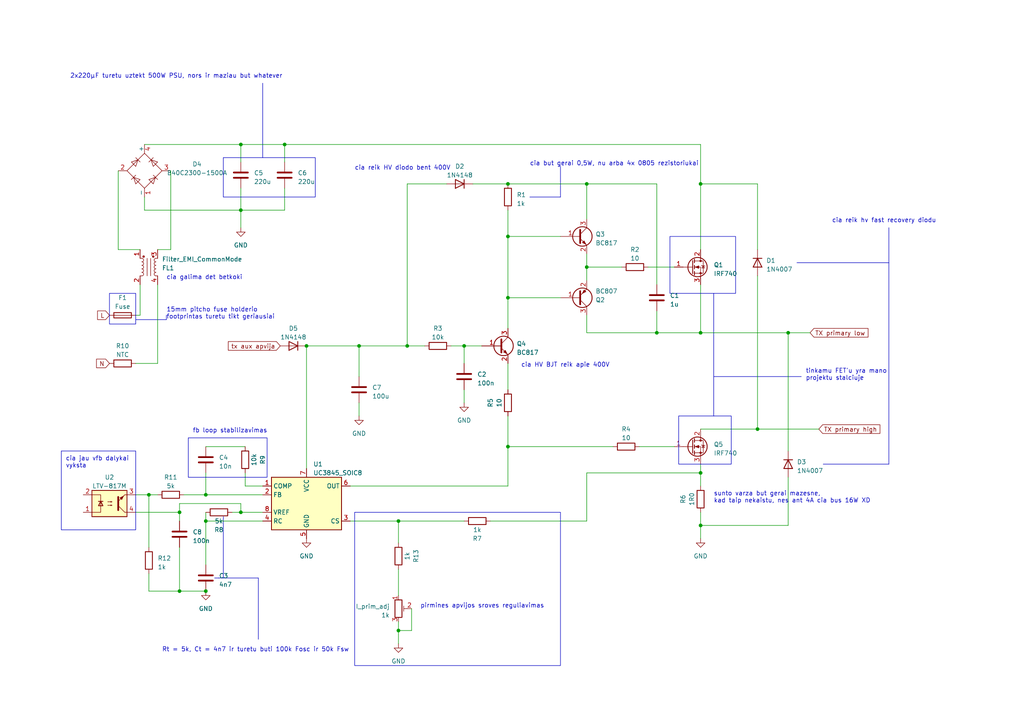
<source format=kicad_sch>
(kicad_sch (version 20230121) (generator eeschema)

  (uuid 889c8fbf-b3f2-4db4-af40-15ea5fd1dfe8)

  (paper "A4")

  (lib_symbols
    (symbol "Device:C" (pin_numbers hide) (pin_names (offset 0.254)) (in_bom yes) (on_board yes)
      (property "Reference" "C" (at 0.635 2.54 0)
        (effects (font (size 1.27 1.27)) (justify left))
      )
      (property "Value" "C" (at 0.635 -2.54 0)
        (effects (font (size 1.27 1.27)) (justify left))
      )
      (property "Footprint" "" (at 0.9652 -3.81 0)
        (effects (font (size 1.27 1.27)) hide)
      )
      (property "Datasheet" "~" (at 0 0 0)
        (effects (font (size 1.27 1.27)) hide)
      )
      (property "ki_keywords" "cap capacitor" (at 0 0 0)
        (effects (font (size 1.27 1.27)) hide)
      )
      (property "ki_description" "Unpolarized capacitor" (at 0 0 0)
        (effects (font (size 1.27 1.27)) hide)
      )
      (property "ki_fp_filters" "C_*" (at 0 0 0)
        (effects (font (size 1.27 1.27)) hide)
      )
      (symbol "C_0_1"
        (polyline
          (pts
            (xy -2.032 -0.762)
            (xy 2.032 -0.762)
          )
          (stroke (width 0.508) (type default))
          (fill (type none))
        )
        (polyline
          (pts
            (xy -2.032 0.762)
            (xy 2.032 0.762)
          )
          (stroke (width 0.508) (type default))
          (fill (type none))
        )
      )
      (symbol "C_1_1"
        (pin passive line (at 0 3.81 270) (length 2.794)
          (name "~" (effects (font (size 1.27 1.27))))
          (number "1" (effects (font (size 1.27 1.27))))
        )
        (pin passive line (at 0 -3.81 90) (length 2.794)
          (name "~" (effects (font (size 1.27 1.27))))
          (number "2" (effects (font (size 1.27 1.27))))
        )
      )
    )
    (symbol "Device:Filter_EMI_CommonMode" (pin_names (offset 0.254) hide) (in_bom yes) (on_board yes)
      (property "Reference" "FL" (at 0 4.445 0)
        (effects (font (size 1.27 1.27)))
      )
      (property "Value" "Filter_EMI_CommonMode" (at 0 -4.445 0)
        (effects (font (size 1.27 1.27)))
      )
      (property "Footprint" "" (at 0 1.016 0)
        (effects (font (size 1.27 1.27)) hide)
      )
      (property "Datasheet" "~" (at 0 1.016 0)
        (effects (font (size 1.27 1.27)) hide)
      )
      (property "ki_keywords" "EMI common mode filter" (at 0 0 0)
        (effects (font (size 1.27 1.27)) hide)
      )
      (property "ki_description" "EMI 2-inductor common mode filter" (at 0 0 0)
        (effects (font (size 1.27 1.27)) hide)
      )
      (property "ki_fp_filters" "L_* L_CommonMode*" (at 0 0 0)
        (effects (font (size 1.27 1.27)) hide)
      )
      (symbol "Filter_EMI_CommonMode_0_1"
        (circle (center -3.048 -1.27) (radius 0.254)
          (stroke (width 0) (type default))
          (fill (type outline))
        )
        (circle (center -3.048 1.524) (radius 0.254)
          (stroke (width 0) (type default))
          (fill (type outline))
        )
        (arc (start -2.54 2.032) (mid -2.032 1.5262) (end -1.524 2.032)
          (stroke (width 0) (type default))
          (fill (type none))
        )
        (arc (start -1.524 -2.032) (mid -2.032 -1.5262) (end -2.54 -2.032)
          (stroke (width 0) (type default))
          (fill (type none))
        )
        (arc (start -1.524 2.032) (mid -1.016 1.5262) (end -0.508 2.032)
          (stroke (width 0) (type default))
          (fill (type none))
        )
        (arc (start -0.508 -2.032) (mid -1.016 -1.5262) (end -1.524 -2.032)
          (stroke (width 0) (type default))
          (fill (type none))
        )
        (arc (start -0.508 2.032) (mid 0 1.5262) (end 0.508 2.032)
          (stroke (width 0) (type default))
          (fill (type none))
        )
        (polyline
          (pts
            (xy -2.54 -2.032)
            (xy -2.54 -2.54)
          )
          (stroke (width 0) (type default))
          (fill (type none))
        )
        (polyline
          (pts
            (xy -2.54 0.508)
            (xy 2.54 0.508)
          )
          (stroke (width 0) (type default))
          (fill (type none))
        )
        (polyline
          (pts
            (xy -2.54 2.032)
            (xy -2.54 2.54)
          )
          (stroke (width 0) (type default))
          (fill (type none))
        )
        (polyline
          (pts
            (xy 2.54 -2.032)
            (xy 2.54 -2.54)
          )
          (stroke (width 0) (type default))
          (fill (type none))
        )
        (polyline
          (pts
            (xy 2.54 -0.508)
            (xy -2.54 -0.508)
          )
          (stroke (width 0) (type default))
          (fill (type none))
        )
        (polyline
          (pts
            (xy 2.54 2.54)
            (xy 2.54 2.032)
          )
          (stroke (width 0) (type default))
          (fill (type none))
        )
        (arc (start 0.508 -2.032) (mid 0 -1.5262) (end -0.508 -2.032)
          (stroke (width 0) (type default))
          (fill (type none))
        )
        (arc (start 0.508 2.032) (mid 1.016 1.5262) (end 1.524 2.032)
          (stroke (width 0) (type default))
          (fill (type none))
        )
        (arc (start 1.524 -2.032) (mid 1.016 -1.5262) (end 0.508 -2.032)
          (stroke (width 0) (type default))
          (fill (type none))
        )
        (arc (start 1.524 2.032) (mid 2.032 1.5262) (end 2.54 2.032)
          (stroke (width 0) (type default))
          (fill (type none))
        )
        (arc (start 2.54 -2.032) (mid 2.032 -1.5262) (end 1.524 -2.032)
          (stroke (width 0) (type default))
          (fill (type none))
        )
      )
      (symbol "Filter_EMI_CommonMode_1_1"
        (pin passive line (at -5.08 2.54 0) (length 2.54)
          (name "1" (effects (font (size 1.27 1.27))))
          (number "1" (effects (font (size 1.27 1.27))))
        )
        (pin passive line (at 5.08 2.54 180) (length 2.54)
          (name "2" (effects (font (size 1.27 1.27))))
          (number "2" (effects (font (size 1.27 1.27))))
        )
        (pin passive line (at -5.08 -2.54 0) (length 2.54)
          (name "3" (effects (font (size 1.27 1.27))))
          (number "3" (effects (font (size 1.27 1.27))))
        )
        (pin passive line (at 5.08 -2.54 180) (length 2.54)
          (name "4" (effects (font (size 1.27 1.27))))
          (number "4" (effects (font (size 1.27 1.27))))
        )
      )
    )
    (symbol "Device:Fuse" (pin_numbers hide) (pin_names (offset 0)) (in_bom yes) (on_board yes)
      (property "Reference" "F" (at 2.032 0 90)
        (effects (font (size 1.27 1.27)))
      )
      (property "Value" "Fuse" (at -1.905 0 90)
        (effects (font (size 1.27 1.27)))
      )
      (property "Footprint" "" (at -1.778 0 90)
        (effects (font (size 1.27 1.27)) hide)
      )
      (property "Datasheet" "~" (at 0 0 0)
        (effects (font (size 1.27 1.27)) hide)
      )
      (property "ki_keywords" "fuse" (at 0 0 0)
        (effects (font (size 1.27 1.27)) hide)
      )
      (property "ki_description" "Fuse" (at 0 0 0)
        (effects (font (size 1.27 1.27)) hide)
      )
      (property "ki_fp_filters" "*Fuse*" (at 0 0 0)
        (effects (font (size 1.27 1.27)) hide)
      )
      (symbol "Fuse_0_1"
        (rectangle (start -0.762 -2.54) (end 0.762 2.54)
          (stroke (width 0.254) (type default))
          (fill (type none))
        )
        (polyline
          (pts
            (xy 0 2.54)
            (xy 0 -2.54)
          )
          (stroke (width 0) (type default))
          (fill (type none))
        )
      )
      (symbol "Fuse_1_1"
        (pin passive line (at 0 3.81 270) (length 1.27)
          (name "~" (effects (font (size 1.27 1.27))))
          (number "1" (effects (font (size 1.27 1.27))))
        )
        (pin passive line (at 0 -3.81 90) (length 1.27)
          (name "~" (effects (font (size 1.27 1.27))))
          (number "2" (effects (font (size 1.27 1.27))))
        )
      )
    )
    (symbol "Device:R" (pin_numbers hide) (pin_names (offset 0)) (in_bom yes) (on_board yes)
      (property "Reference" "R" (at 2.032 0 90)
        (effects (font (size 1.27 1.27)))
      )
      (property "Value" "R" (at 0 0 90)
        (effects (font (size 1.27 1.27)))
      )
      (property "Footprint" "" (at -1.778 0 90)
        (effects (font (size 1.27 1.27)) hide)
      )
      (property "Datasheet" "~" (at 0 0 0)
        (effects (font (size 1.27 1.27)) hide)
      )
      (property "ki_keywords" "R res resistor" (at 0 0 0)
        (effects (font (size 1.27 1.27)) hide)
      )
      (property "ki_description" "Resistor" (at 0 0 0)
        (effects (font (size 1.27 1.27)) hide)
      )
      (property "ki_fp_filters" "R_*" (at 0 0 0)
        (effects (font (size 1.27 1.27)) hide)
      )
      (symbol "R_0_1"
        (rectangle (start -1.016 -2.54) (end 1.016 2.54)
          (stroke (width 0.254) (type default))
          (fill (type none))
        )
      )
      (symbol "R_1_1"
        (pin passive line (at 0 3.81 270) (length 1.27)
          (name "~" (effects (font (size 1.27 1.27))))
          (number "1" (effects (font (size 1.27 1.27))))
        )
        (pin passive line (at 0 -3.81 90) (length 1.27)
          (name "~" (effects (font (size 1.27 1.27))))
          (number "2" (effects (font (size 1.27 1.27))))
        )
      )
    )
    (symbol "Device:R_Potentiometer_Trim" (pin_names (offset 1.016) hide) (in_bom yes) (on_board yes)
      (property "Reference" "RV" (at -4.445 0 90)
        (effects (font (size 1.27 1.27)))
      )
      (property "Value" "R_Potentiometer_Trim" (at -2.54 0 90)
        (effects (font (size 1.27 1.27)))
      )
      (property "Footprint" "" (at 0 0 0)
        (effects (font (size 1.27 1.27)) hide)
      )
      (property "Datasheet" "~" (at 0 0 0)
        (effects (font (size 1.27 1.27)) hide)
      )
      (property "ki_keywords" "resistor variable trimpot trimmer" (at 0 0 0)
        (effects (font (size 1.27 1.27)) hide)
      )
      (property "ki_description" "Trim-potentiometer" (at 0 0 0)
        (effects (font (size 1.27 1.27)) hide)
      )
      (property "ki_fp_filters" "Potentiometer*" (at 0 0 0)
        (effects (font (size 1.27 1.27)) hide)
      )
      (symbol "R_Potentiometer_Trim_0_1"
        (polyline
          (pts
            (xy 1.524 0.762)
            (xy 1.524 -0.762)
          )
          (stroke (width 0) (type default))
          (fill (type none))
        )
        (polyline
          (pts
            (xy 2.54 0)
            (xy 1.524 0)
          )
          (stroke (width 0) (type default))
          (fill (type none))
        )
        (rectangle (start 1.016 2.54) (end -1.016 -2.54)
          (stroke (width 0.254) (type default))
          (fill (type none))
        )
      )
      (symbol "R_Potentiometer_Trim_1_1"
        (pin passive line (at 0 3.81 270) (length 1.27)
          (name "1" (effects (font (size 1.27 1.27))))
          (number "1" (effects (font (size 1.27 1.27))))
        )
        (pin passive line (at 3.81 0 180) (length 1.27)
          (name "2" (effects (font (size 1.27 1.27))))
          (number "2" (effects (font (size 1.27 1.27))))
        )
        (pin passive line (at 0 -3.81 90) (length 1.27)
          (name "3" (effects (font (size 1.27 1.27))))
          (number "3" (effects (font (size 1.27 1.27))))
        )
      )
    )
    (symbol "Diode:1N4007" (pin_numbers hide) (pin_names hide) (in_bom yes) (on_board yes)
      (property "Reference" "D" (at 0 2.54 0)
        (effects (font (size 1.27 1.27)))
      )
      (property "Value" "1N4007" (at 0 -2.54 0)
        (effects (font (size 1.27 1.27)))
      )
      (property "Footprint" "Diode_THT:D_DO-41_SOD81_P10.16mm_Horizontal" (at 0 -4.445 0)
        (effects (font (size 1.27 1.27)) hide)
      )
      (property "Datasheet" "http://www.vishay.com/docs/88503/1n4001.pdf" (at 0 0 0)
        (effects (font (size 1.27 1.27)) hide)
      )
      (property "Sim.Device" "D" (at 0 0 0)
        (effects (font (size 1.27 1.27)) hide)
      )
      (property "Sim.Pins" "1=K 2=A" (at 0 0 0)
        (effects (font (size 1.27 1.27)) hide)
      )
      (property "ki_keywords" "diode" (at 0 0 0)
        (effects (font (size 1.27 1.27)) hide)
      )
      (property "ki_description" "1000V 1A General Purpose Rectifier Diode, DO-41" (at 0 0 0)
        (effects (font (size 1.27 1.27)) hide)
      )
      (property "ki_fp_filters" "D*DO?41*" (at 0 0 0)
        (effects (font (size 1.27 1.27)) hide)
      )
      (symbol "1N4007_0_1"
        (polyline
          (pts
            (xy -1.27 1.27)
            (xy -1.27 -1.27)
          )
          (stroke (width 0.254) (type default))
          (fill (type none))
        )
        (polyline
          (pts
            (xy 1.27 0)
            (xy -1.27 0)
          )
          (stroke (width 0) (type default))
          (fill (type none))
        )
        (polyline
          (pts
            (xy 1.27 1.27)
            (xy 1.27 -1.27)
            (xy -1.27 0)
            (xy 1.27 1.27)
          )
          (stroke (width 0.254) (type default))
          (fill (type none))
        )
      )
      (symbol "1N4007_1_1"
        (pin passive line (at -3.81 0 0) (length 2.54)
          (name "K" (effects (font (size 1.27 1.27))))
          (number "1" (effects (font (size 1.27 1.27))))
        )
        (pin passive line (at 3.81 0 180) (length 2.54)
          (name "A" (effects (font (size 1.27 1.27))))
          (number "2" (effects (font (size 1.27 1.27))))
        )
      )
    )
    (symbol "Diode:1N4148" (pin_numbers hide) (pin_names hide) (in_bom yes) (on_board yes)
      (property "Reference" "D" (at 0 2.54 0)
        (effects (font (size 1.27 1.27)))
      )
      (property "Value" "1N4148" (at 0 -2.54 0)
        (effects (font (size 1.27 1.27)))
      )
      (property "Footprint" "Diode_THT:D_DO-35_SOD27_P7.62mm_Horizontal" (at 0 0 0)
        (effects (font (size 1.27 1.27)) hide)
      )
      (property "Datasheet" "https://assets.nexperia.com/documents/data-sheet/1N4148_1N4448.pdf" (at 0 0 0)
        (effects (font (size 1.27 1.27)) hide)
      )
      (property "Sim.Device" "D" (at 0 0 0)
        (effects (font (size 1.27 1.27)) hide)
      )
      (property "Sim.Pins" "1=K 2=A" (at 0 0 0)
        (effects (font (size 1.27 1.27)) hide)
      )
      (property "ki_keywords" "diode" (at 0 0 0)
        (effects (font (size 1.27 1.27)) hide)
      )
      (property "ki_description" "100V 0.15A standard switching diode, DO-35" (at 0 0 0)
        (effects (font (size 1.27 1.27)) hide)
      )
      (property "ki_fp_filters" "D*DO?35*" (at 0 0 0)
        (effects (font (size 1.27 1.27)) hide)
      )
      (symbol "1N4148_0_1"
        (polyline
          (pts
            (xy -1.27 1.27)
            (xy -1.27 -1.27)
          )
          (stroke (width 0.254) (type default))
          (fill (type none))
        )
        (polyline
          (pts
            (xy 1.27 0)
            (xy -1.27 0)
          )
          (stroke (width 0) (type default))
          (fill (type none))
        )
        (polyline
          (pts
            (xy 1.27 1.27)
            (xy 1.27 -1.27)
            (xy -1.27 0)
            (xy 1.27 1.27)
          )
          (stroke (width 0.254) (type default))
          (fill (type none))
        )
      )
      (symbol "1N4148_1_1"
        (pin passive line (at -3.81 0 0) (length 2.54)
          (name "K" (effects (font (size 1.27 1.27))))
          (number "1" (effects (font (size 1.27 1.27))))
        )
        (pin passive line (at 3.81 0 180) (length 2.54)
          (name "A" (effects (font (size 1.27 1.27))))
          (number "2" (effects (font (size 1.27 1.27))))
        )
      )
    )
    (symbol "Diode_Bridge:B40C2300-1500A" (pin_names (offset 0)) (in_bom yes) (on_board yes)
      (property "Reference" "D" (at 2.54 6.985 0)
        (effects (font (size 1.27 1.27)) (justify left))
      )
      (property "Value" "B40C2300-1500A" (at 2.54 5.08 0)
        (effects (font (size 1.27 1.27)) (justify left))
      )
      (property "Footprint" "Diode_THT:Diode_Bridge_19.0x3.5x10.0mm_P5.0mm" (at 3.81 3.175 0)
        (effects (font (size 1.27 1.27)) (justify left) hide)
      )
      (property "Datasheet" "https://diotec.com/tl_files/diotec/files/pdf/datasheets/b40c2300.pdf" (at 0 0 0)
        (effects (font (size 1.27 1.27)) hide)
      )
      (property "ki_keywords" "rectifier acdc" (at 0 0 0)
        (effects (font (size 1.27 1.27)) hide)
      )
      (property "ki_description" "Silicon Bridge Rectifier, 40V Vrms, 1.5A If, pins=-AA+, SIL-package" (at 0 0 0)
        (effects (font (size 1.27 1.27)) hide)
      )
      (property "ki_fp_filters" "D*Bridge*19.0x3.5x10.0mm*P5.0mm*" (at 0 0 0)
        (effects (font (size 1.27 1.27)) hide)
      )
      (symbol "B40C2300-1500A_0_1"
        (polyline
          (pts
            (xy -2.54 3.81)
            (xy -1.27 2.54)
          )
          (stroke (width 0) (type default))
          (fill (type none))
        )
        (polyline
          (pts
            (xy -1.27 -2.54)
            (xy -2.54 -3.81)
          )
          (stroke (width 0) (type default))
          (fill (type none))
        )
        (polyline
          (pts
            (xy 2.54 -1.27)
            (xy 3.81 -2.54)
          )
          (stroke (width 0) (type default))
          (fill (type none))
        )
        (polyline
          (pts
            (xy 2.54 1.27)
            (xy 3.81 2.54)
          )
          (stroke (width 0) (type default))
          (fill (type none))
        )
        (polyline
          (pts
            (xy -3.81 2.54)
            (xy -2.54 1.27)
            (xy -1.905 3.175)
            (xy -3.81 2.54)
          )
          (stroke (width 0) (type default))
          (fill (type none))
        )
        (polyline
          (pts
            (xy -2.54 -1.27)
            (xy -3.81 -2.54)
            (xy -1.905 -3.175)
            (xy -2.54 -1.27)
          )
          (stroke (width 0) (type default))
          (fill (type none))
        )
        (polyline
          (pts
            (xy 1.27 2.54)
            (xy 2.54 3.81)
            (xy 3.175 1.905)
            (xy 1.27 2.54)
          )
          (stroke (width 0) (type default))
          (fill (type none))
        )
        (polyline
          (pts
            (xy 3.175 -1.905)
            (xy 1.27 -2.54)
            (xy 2.54 -3.81)
            (xy 3.175 -1.905)
          )
          (stroke (width 0) (type default))
          (fill (type none))
        )
        (polyline
          (pts
            (xy -5.08 0)
            (xy 0 -5.08)
            (xy 5.08 0)
            (xy 0 5.08)
            (xy -5.08 0)
          )
          (stroke (width 0) (type default))
          (fill (type none))
        )
      )
      (symbol "B40C2300-1500A_1_1"
        (pin passive line (at -7.62 0 0) (length 2.54)
          (name "-" (effects (font (size 1.27 1.27))))
          (number "1" (effects (font (size 1.27 1.27))))
        )
        (pin passive line (at 0 7.62 270) (length 2.54)
          (name "~" (effects (font (size 1.27 1.27))))
          (number "2" (effects (font (size 1.27 1.27))))
        )
        (pin passive line (at 0 -7.62 90) (length 2.54)
          (name "~" (effects (font (size 1.27 1.27))))
          (number "3" (effects (font (size 1.27 1.27))))
        )
        (pin passive line (at 7.62 0 180) (length 2.54)
          (name "+" (effects (font (size 1.27 1.27))))
          (number "4" (effects (font (size 1.27 1.27))))
        )
      )
    )
    (symbol "Isolator:LTV-817M" (pin_names (offset 1.016)) (in_bom yes) (on_board yes)
      (property "Reference" "U" (at -3.81 5.08 0)
        (effects (font (size 1.27 1.27)))
      )
      (property "Value" "LTV-817M" (at 0 -5.08 0)
        (effects (font (size 1.27 1.27)))
      )
      (property "Footprint" "Package_DIP:DIP-4_W10.16mm" (at 0 -7.62 0)
        (effects (font (size 1.27 1.27)) hide)
      )
      (property "Datasheet" "http://www.us.liteon.com/downloads/LTV-817-827-847.PDF" (at -10.16 7.62 0)
        (effects (font (size 1.27 1.27)) hide)
      )
      (property "ki_keywords" "NPN DC Optocoupler" (at 0 0 0)
        (effects (font (size 1.27 1.27)) hide)
      )
      (property "ki_description" "DC Optocoupler, Vce 35V, CTR 50%, DIP-4" (at 0 0 0)
        (effects (font (size 1.27 1.27)) hide)
      )
      (property "ki_fp_filters" "DIP*W10.16mm*" (at 0 0 0)
        (effects (font (size 1.27 1.27)) hide)
      )
      (symbol "LTV-817M_1_1"
        (rectangle (start -5.08 3.81) (end 5.08 -3.81)
          (stroke (width 0.254) (type default))
          (fill (type background))
        )
        (polyline
          (pts
            (xy -3.175 -0.635)
            (xy -1.905 -0.635)
          )
          (stroke (width 0.254) (type default))
          (fill (type none))
        )
        (polyline
          (pts
            (xy 2.54 0.635)
            (xy 4.445 2.54)
          )
          (stroke (width 0) (type default))
          (fill (type none))
        )
        (polyline
          (pts
            (xy 4.445 -2.54)
            (xy 2.54 -0.635)
          )
          (stroke (width 0) (type default))
          (fill (type outline))
        )
        (polyline
          (pts
            (xy 4.445 -2.54)
            (xy 5.08 -2.54)
          )
          (stroke (width 0) (type default))
          (fill (type none))
        )
        (polyline
          (pts
            (xy 4.445 2.54)
            (xy 5.08 2.54)
          )
          (stroke (width 0) (type default))
          (fill (type none))
        )
        (polyline
          (pts
            (xy -5.08 2.54)
            (xy -2.54 2.54)
            (xy -2.54 -0.762)
          )
          (stroke (width 0) (type default))
          (fill (type none))
        )
        (polyline
          (pts
            (xy -2.54 -0.635)
            (xy -2.54 -2.54)
            (xy -5.08 -2.54)
          )
          (stroke (width 0) (type default))
          (fill (type none))
        )
        (polyline
          (pts
            (xy 2.54 1.905)
            (xy 2.54 -1.905)
            (xy 2.54 -1.905)
          )
          (stroke (width 0.508) (type default))
          (fill (type none))
        )
        (polyline
          (pts
            (xy -2.54 -0.635)
            (xy -3.175 0.635)
            (xy -1.905 0.635)
            (xy -2.54 -0.635)
          )
          (stroke (width 0.254) (type default))
          (fill (type none))
        )
        (polyline
          (pts
            (xy -0.508 -0.508)
            (xy 0.762 -0.508)
            (xy 0.381 -0.635)
            (xy 0.381 -0.381)
            (xy 0.762 -0.508)
          )
          (stroke (width 0) (type default))
          (fill (type none))
        )
        (polyline
          (pts
            (xy -0.508 0.508)
            (xy 0.762 0.508)
            (xy 0.381 0.381)
            (xy 0.381 0.635)
            (xy 0.762 0.508)
          )
          (stroke (width 0) (type default))
          (fill (type none))
        )
        (polyline
          (pts
            (xy 3.048 -1.651)
            (xy 3.556 -1.143)
            (xy 4.064 -2.159)
            (xy 3.048 -1.651)
            (xy 3.048 -1.651)
          )
          (stroke (width 0) (type default))
          (fill (type outline))
        )
        (pin passive line (at -7.62 2.54 0) (length 2.54)
          (name "~" (effects (font (size 1.27 1.27))))
          (number "1" (effects (font (size 1.27 1.27))))
        )
        (pin passive line (at -7.62 -2.54 0) (length 2.54)
          (name "~" (effects (font (size 1.27 1.27))))
          (number "2" (effects (font (size 1.27 1.27))))
        )
        (pin passive line (at 7.62 -2.54 180) (length 2.54)
          (name "~" (effects (font (size 1.27 1.27))))
          (number "3" (effects (font (size 1.27 1.27))))
        )
        (pin passive line (at 7.62 2.54 180) (length 2.54)
          (name "~" (effects (font (size 1.27 1.27))))
          (number "4" (effects (font (size 1.27 1.27))))
        )
      )
    )
    (symbol "Regulator_Controller:UC3845_SOIC8" (in_bom yes) (on_board yes)
      (property "Reference" "U" (at 3.81 11.43 0)
        (effects (font (size 1.27 1.27)) (justify left))
      )
      (property "Value" "UC3845_SOIC8" (at 3.81 8.89 0)
        (effects (font (size 1.27 1.27)) (justify left))
      )
      (property "Footprint" "Package_SO:SOIC-8_3.9x4.9mm_P1.27mm" (at 0 -11.43 0)
        (effects (font (size 1.27 1.27)) hide)
      )
      (property "Datasheet" "http://www.ti.com/lit/ds/symlink/uc3842.pdf" (at 0 0 0)
        (effects (font (size 1.27 1.27)) hide)
      )
      (property "ki_keywords" "SMPS PWM Controller" (at 0 0 0)
        (effects (font (size 1.27 1.27)) hide)
      )
      (property "ki_description" "Current-Mode PWM Controllers, 50% Duty Cycle, 8.4V/7.6V UVLO, SOIC-8" (at 0 0 0)
        (effects (font (size 1.27 1.27)) hide)
      )
      (property "ki_fp_filters" "SOIC*3.9x4.9mm*P1.27mm*" (at 0 0 0)
        (effects (font (size 1.27 1.27)) hide)
      )
      (symbol "UC3845_SOIC8_0_1"
        (rectangle (start -10.16 -7.62) (end 10.16 7.62)
          (stroke (width 0.254) (type default))
          (fill (type background))
        )
      )
      (symbol "UC3845_SOIC8_1_1"
        (pin passive line (at -12.7 5.08 0) (length 2.54)
          (name "COMP" (effects (font (size 1.27 1.27))))
          (number "1" (effects (font (size 1.27 1.27))))
        )
        (pin input line (at -12.7 2.54 0) (length 2.54)
          (name "FB" (effects (font (size 1.27 1.27))))
          (number "2" (effects (font (size 1.27 1.27))))
        )
        (pin input line (at 12.7 -5.08 180) (length 2.54)
          (name "CS" (effects (font (size 1.27 1.27))))
          (number "3" (effects (font (size 1.27 1.27))))
        )
        (pin passive line (at -12.7 -5.08 0) (length 2.54)
          (name "RC" (effects (font (size 1.27 1.27))))
          (number "4" (effects (font (size 1.27 1.27))))
        )
        (pin power_in line (at 0 -10.16 90) (length 2.54)
          (name "GND" (effects (font (size 1.27 1.27))))
          (number "5" (effects (font (size 1.27 1.27))))
        )
        (pin output line (at 12.7 5.08 180) (length 2.54)
          (name "OUT" (effects (font (size 1.27 1.27))))
          (number "6" (effects (font (size 1.27 1.27))))
        )
        (pin power_in line (at 0 10.16 270) (length 2.54)
          (name "VCC" (effects (font (size 1.27 1.27))))
          (number "7" (effects (font (size 1.27 1.27))))
        )
        (pin power_out line (at -12.7 -2.54 0) (length 2.54)
          (name "VREF" (effects (font (size 1.27 1.27))))
          (number "8" (effects (font (size 1.27 1.27))))
        )
      )
    )
    (symbol "Transistor_BJT:BC807" (pin_names (offset 0) hide) (in_bom yes) (on_board yes)
      (property "Reference" "Q" (at 5.08 1.905 0)
        (effects (font (size 1.27 1.27)) (justify left))
      )
      (property "Value" "BC807" (at 5.08 0 0)
        (effects (font (size 1.27 1.27)) (justify left))
      )
      (property "Footprint" "Package_TO_SOT_SMD:SOT-23" (at 5.08 -1.905 0)
        (effects (font (size 1.27 1.27) italic) (justify left) hide)
      )
      (property "Datasheet" "https://www.onsemi.com/pub/Collateral/BC808-D.pdf" (at 0 0 0)
        (effects (font (size 1.27 1.27)) (justify left) hide)
      )
      (property "ki_keywords" "PNP Transistor" (at 0 0 0)
        (effects (font (size 1.27 1.27)) hide)
      )
      (property "ki_description" "0.8A Ic, 45V Vce, PNP Transistor, SOT-23" (at 0 0 0)
        (effects (font (size 1.27 1.27)) hide)
      )
      (property "ki_fp_filters" "SOT?23*" (at 0 0 0)
        (effects (font (size 1.27 1.27)) hide)
      )
      (symbol "BC807_0_1"
        (polyline
          (pts
            (xy 0.635 0.635)
            (xy 2.54 2.54)
          )
          (stroke (width 0) (type default))
          (fill (type none))
        )
        (polyline
          (pts
            (xy 0.635 -0.635)
            (xy 2.54 -2.54)
            (xy 2.54 -2.54)
          )
          (stroke (width 0) (type default))
          (fill (type none))
        )
        (polyline
          (pts
            (xy 0.635 1.905)
            (xy 0.635 -1.905)
            (xy 0.635 -1.905)
          )
          (stroke (width 0.508) (type default))
          (fill (type none))
        )
        (polyline
          (pts
            (xy 2.286 -1.778)
            (xy 1.778 -2.286)
            (xy 1.27 -1.27)
            (xy 2.286 -1.778)
            (xy 2.286 -1.778)
          )
          (stroke (width 0) (type default))
          (fill (type outline))
        )
        (circle (center 1.27 0) (radius 2.8194)
          (stroke (width 0.254) (type default))
          (fill (type none))
        )
      )
      (symbol "BC807_1_1"
        (pin input line (at -5.08 0 0) (length 5.715)
          (name "B" (effects (font (size 1.27 1.27))))
          (number "1" (effects (font (size 1.27 1.27))))
        )
        (pin passive line (at 2.54 -5.08 90) (length 2.54)
          (name "E" (effects (font (size 1.27 1.27))))
          (number "2" (effects (font (size 1.27 1.27))))
        )
        (pin passive line (at 2.54 5.08 270) (length 2.54)
          (name "C" (effects (font (size 1.27 1.27))))
          (number "3" (effects (font (size 1.27 1.27))))
        )
      )
    )
    (symbol "Transistor_BJT:BC817" (pin_names (offset 0) hide) (in_bom yes) (on_board yes)
      (property "Reference" "Q" (at 5.08 1.905 0)
        (effects (font (size 1.27 1.27)) (justify left))
      )
      (property "Value" "BC817" (at 5.08 0 0)
        (effects (font (size 1.27 1.27)) (justify left))
      )
      (property "Footprint" "Package_TO_SOT_SMD:SOT-23" (at 5.08 -1.905 0)
        (effects (font (size 1.27 1.27) italic) (justify left) hide)
      )
      (property "Datasheet" "https://www.onsemi.com/pub/Collateral/BC818-D.pdf" (at 0 0 0)
        (effects (font (size 1.27 1.27)) (justify left) hide)
      )
      (property "ki_keywords" "NPN Transistor" (at 0 0 0)
        (effects (font (size 1.27 1.27)) hide)
      )
      (property "ki_description" "0.8A Ic, 45V Vce, NPN Transistor, SOT-23" (at 0 0 0)
        (effects (font (size 1.27 1.27)) hide)
      )
      (property "ki_fp_filters" "SOT?23*" (at 0 0 0)
        (effects (font (size 1.27 1.27)) hide)
      )
      (symbol "BC817_0_1"
        (polyline
          (pts
            (xy 0.635 0.635)
            (xy 2.54 2.54)
          )
          (stroke (width 0) (type default))
          (fill (type none))
        )
        (polyline
          (pts
            (xy 0.635 -0.635)
            (xy 2.54 -2.54)
            (xy 2.54 -2.54)
          )
          (stroke (width 0) (type default))
          (fill (type none))
        )
        (polyline
          (pts
            (xy 0.635 1.905)
            (xy 0.635 -1.905)
            (xy 0.635 -1.905)
          )
          (stroke (width 0.508) (type default))
          (fill (type none))
        )
        (polyline
          (pts
            (xy 1.27 -1.778)
            (xy 1.778 -1.27)
            (xy 2.286 -2.286)
            (xy 1.27 -1.778)
            (xy 1.27 -1.778)
          )
          (stroke (width 0) (type default))
          (fill (type outline))
        )
        (circle (center 1.27 0) (radius 2.8194)
          (stroke (width 0.254) (type default))
          (fill (type none))
        )
      )
      (symbol "BC817_1_1"
        (pin input line (at -5.08 0 0) (length 5.715)
          (name "B" (effects (font (size 1.27 1.27))))
          (number "1" (effects (font (size 1.27 1.27))))
        )
        (pin passive line (at 2.54 -5.08 90) (length 2.54)
          (name "E" (effects (font (size 1.27 1.27))))
          (number "2" (effects (font (size 1.27 1.27))))
        )
        (pin passive line (at 2.54 5.08 270) (length 2.54)
          (name "C" (effects (font (size 1.27 1.27))))
          (number "3" (effects (font (size 1.27 1.27))))
        )
      )
    )
    (symbol "Transistor_FET:IRF740" (pin_names hide) (in_bom yes) (on_board yes)
      (property "Reference" "Q" (at 6.35 1.905 0)
        (effects (font (size 1.27 1.27)) (justify left))
      )
      (property "Value" "IRF740" (at 6.35 0 0)
        (effects (font (size 1.27 1.27)) (justify left))
      )
      (property "Footprint" "Package_TO_SOT_THT:TO-220-3_Vertical" (at 6.35 -1.905 0)
        (effects (font (size 1.27 1.27) italic) (justify left) hide)
      )
      (property "Datasheet" "http://www.vishay.com/docs/91054/91054.pdf" (at 0 0 0)
        (effects (font (size 1.27 1.27)) (justify left) hide)
      )
      (property "ki_keywords" "N Channel" (at 0 0 0)
        (effects (font (size 1.27 1.27)) hide)
      )
      (property "ki_description" "10A Id, 400V Vds, N-Channel Power MOSFET, 500mOhm Rds, TO-220AB" (at 0 0 0)
        (effects (font (size 1.27 1.27)) hide)
      )
      (property "ki_fp_filters" "TO?220*" (at 0 0 0)
        (effects (font (size 1.27 1.27)) hide)
      )
      (symbol "IRF740_0_1"
        (polyline
          (pts
            (xy 0.254 0)
            (xy -2.54 0)
          )
          (stroke (width 0) (type default))
          (fill (type none))
        )
        (polyline
          (pts
            (xy 0.254 1.905)
            (xy 0.254 -1.905)
          )
          (stroke (width 0.254) (type default))
          (fill (type none))
        )
        (polyline
          (pts
            (xy 0.762 -1.27)
            (xy 0.762 -2.286)
          )
          (stroke (width 0.254) (type default))
          (fill (type none))
        )
        (polyline
          (pts
            (xy 0.762 0.508)
            (xy 0.762 -0.508)
          )
          (stroke (width 0.254) (type default))
          (fill (type none))
        )
        (polyline
          (pts
            (xy 0.762 2.286)
            (xy 0.762 1.27)
          )
          (stroke (width 0.254) (type default))
          (fill (type none))
        )
        (polyline
          (pts
            (xy 2.54 2.54)
            (xy 2.54 1.778)
          )
          (stroke (width 0) (type default))
          (fill (type none))
        )
        (polyline
          (pts
            (xy 2.54 -2.54)
            (xy 2.54 0)
            (xy 0.762 0)
          )
          (stroke (width 0) (type default))
          (fill (type none))
        )
        (polyline
          (pts
            (xy 0.762 -1.778)
            (xy 3.302 -1.778)
            (xy 3.302 1.778)
            (xy 0.762 1.778)
          )
          (stroke (width 0) (type default))
          (fill (type none))
        )
        (polyline
          (pts
            (xy 1.016 0)
            (xy 2.032 0.381)
            (xy 2.032 -0.381)
            (xy 1.016 0)
          )
          (stroke (width 0) (type default))
          (fill (type outline))
        )
        (polyline
          (pts
            (xy 2.794 0.508)
            (xy 2.921 0.381)
            (xy 3.683 0.381)
            (xy 3.81 0.254)
          )
          (stroke (width 0) (type default))
          (fill (type none))
        )
        (polyline
          (pts
            (xy 3.302 0.381)
            (xy 2.921 -0.254)
            (xy 3.683 -0.254)
            (xy 3.302 0.381)
          )
          (stroke (width 0) (type default))
          (fill (type none))
        )
        (circle (center 1.651 0) (radius 2.794)
          (stroke (width 0.254) (type default))
          (fill (type none))
        )
        (circle (center 2.54 -1.778) (radius 0.254)
          (stroke (width 0) (type default))
          (fill (type outline))
        )
        (circle (center 2.54 1.778) (radius 0.254)
          (stroke (width 0) (type default))
          (fill (type outline))
        )
      )
      (symbol "IRF740_1_1"
        (pin input line (at -5.08 0 0) (length 2.54)
          (name "G" (effects (font (size 1.27 1.27))))
          (number "1" (effects (font (size 1.27 1.27))))
        )
        (pin passive line (at 2.54 5.08 270) (length 2.54)
          (name "D" (effects (font (size 1.27 1.27))))
          (number "2" (effects (font (size 1.27 1.27))))
        )
        (pin passive line (at 2.54 -5.08 90) (length 2.54)
          (name "S" (effects (font (size 1.27 1.27))))
          (number "3" (effects (font (size 1.27 1.27))))
        )
      )
    )
    (symbol "power:GND" (power) (pin_names (offset 0)) (in_bom yes) (on_board yes)
      (property "Reference" "#PWR" (at 0 -6.35 0)
        (effects (font (size 1.27 1.27)) hide)
      )
      (property "Value" "GND" (at 0 -3.81 0)
        (effects (font (size 1.27 1.27)))
      )
      (property "Footprint" "" (at 0 0 0)
        (effects (font (size 1.27 1.27)) hide)
      )
      (property "Datasheet" "" (at 0 0 0)
        (effects (font (size 1.27 1.27)) hide)
      )
      (property "ki_keywords" "global power" (at 0 0 0)
        (effects (font (size 1.27 1.27)) hide)
      )
      (property "ki_description" "Power symbol creates a global label with name \"GND\" , ground" (at 0 0 0)
        (effects (font (size 1.27 1.27)) hide)
      )
      (symbol "GND_0_1"
        (polyline
          (pts
            (xy 0 0)
            (xy 0 -1.27)
            (xy 1.27 -1.27)
            (xy 0 -2.54)
            (xy -1.27 -1.27)
            (xy 0 -1.27)
          )
          (stroke (width 0) (type default))
          (fill (type none))
        )
      )
      (symbol "GND_1_1"
        (pin power_in line (at 0 0 270) (length 0) hide
          (name "GND" (effects (font (size 1.27 1.27))))
          (number "1" (effects (font (size 1.27 1.27))))
        )
      )
    )
  )

  (junction (at 52.07 171.45) (diameter 0) (color 0 0 0 0)
    (uuid 06dd82c6-e2e4-4588-afe0-0c95c8bc362a)
  )
  (junction (at 69.85 41.91) (diameter 0) (color 0 0 0 0)
    (uuid 07215bcc-143d-4446-9c44-c71576a0bde5)
  )
  (junction (at 59.69 171.45) (diameter 0) (color 0 0 0 0)
    (uuid 14425728-e77d-416f-ae89-f6979b1fa6cf)
  )
  (junction (at 147.32 86.36) (diameter 0) (color 0 0 0 0)
    (uuid 2cf4dcd6-6711-484d-b9ee-a1166b46eff1)
  )
  (junction (at 104.14 100.33) (diameter 0) (color 0 0 0 0)
    (uuid 32224840-5e6a-423c-bbd6-3dadca734c15)
  )
  (junction (at 43.18 143.51) (diameter 0) (color 0 0 0 0)
    (uuid 3bbfb985-aaaf-448f-b204-620b8eeccffc)
  )
  (junction (at 59.69 143.51) (diameter 0) (color 0 0 0 0)
    (uuid 4fda528a-3276-4e75-88cf-feae94e70c3d)
  )
  (junction (at 147.32 68.58) (diameter 0) (color 0 0 0 0)
    (uuid 5e15d5ed-ef0a-4a83-b85f-f9d9307831de)
  )
  (junction (at 147.32 53.34) (diameter 0) (color 0 0 0 0)
    (uuid 612e3da7-4c95-4a77-87a6-3d5049a9928d)
  )
  (junction (at 170.18 53.34) (diameter 0) (color 0 0 0 0)
    (uuid 67d22878-5f35-4d5d-a4c2-a0c9bea41754)
  )
  (junction (at 219.71 124.46) (diameter 0) (color 0 0 0 0)
    (uuid 6f20d2da-48de-4709-8bec-4993f2a90e57)
  )
  (junction (at 228.6 96.52) (diameter 0) (color 0 0 0 0)
    (uuid 7a67d528-7498-410e-9b7f-d7613a04e675)
  )
  (junction (at 52.07 148.59) (diameter 0) (color 0 0 0 0)
    (uuid 85e2b23e-facc-4191-b3e4-67a656eaf96c)
  )
  (junction (at 59.69 151.13) (diameter 0) (color 0 0 0 0)
    (uuid a39de629-3f81-4b1e-bb0a-6144b9c28525)
  )
  (junction (at 82.55 41.91) (diameter 0) (color 0 0 0 0)
    (uuid a87aefd3-7a99-4412-bf0b-83afe5d3a558)
  )
  (junction (at 69.85 60.96) (diameter 0) (color 0 0 0 0)
    (uuid ac885694-5e65-4f90-97bd-7c7199bd9259)
  )
  (junction (at 190.5 96.52) (diameter 0) (color 0 0 0 0)
    (uuid acc06768-1cec-414c-a9a0-87bdae4c5115)
  )
  (junction (at 115.57 182.88) (diameter 0) (color 0 0 0 0)
    (uuid b6ca049b-b519-45ac-ae1e-480dffe7f475)
  )
  (junction (at 88.9 100.33) (diameter 0) (color 0 0 0 0)
    (uuid b8fc1f39-a591-436e-8c0d-4df3b7425b28)
  )
  (junction (at 69.85 148.59) (diameter 0) (color 0 0 0 0)
    (uuid bb8a629b-3052-4c28-8b78-42ea6d5a2ab3)
  )
  (junction (at 203.2 96.52) (diameter 0) (color 0 0 0 0)
    (uuid c1886b27-90b1-475b-9458-c48b98dfa119)
  )
  (junction (at 147.32 129.54) (diameter 0) (color 0 0 0 0)
    (uuid c58534fd-093e-4e6d-ae06-fcba28432d2b)
  )
  (junction (at 203.2 137.16) (diameter 0) (color 0 0 0 0)
    (uuid d2eac743-5aff-4ac2-999f-ff53b4b6a6f8)
  )
  (junction (at 203.2 53.34) (diameter 0) (color 0 0 0 0)
    (uuid d7c92d0d-d234-4e53-b538-faa220ae4882)
  )
  (junction (at 134.62 100.33) (diameter 0) (color 0 0 0 0)
    (uuid e86f0810-067d-40cf-989f-7814d3eabf48)
  )
  (junction (at 203.2 152.4) (diameter 0) (color 0 0 0 0)
    (uuid ed888b83-951f-444f-b9eb-072d1b11a125)
  )
  (junction (at 170.18 77.47) (diameter 0) (color 0 0 0 0)
    (uuid f1212b91-d557-4d21-be51-697f071d950b)
  )
  (junction (at 118.11 100.33) (diameter 0) (color 0 0 0 0)
    (uuid f273f717-1801-481c-b0a3-b606e6375a0d)
  )
  (junction (at 115.57 151.13) (diameter 0) (color 0 0 0 0)
    (uuid fbb5b2d7-0721-43ad-be23-f8bf76396122)
  )

  (wire (pts (xy 228.6 96.52) (xy 234.95 96.52))
    (stroke (width 0) (type default))
    (uuid 02c00d2d-f15b-4eb5-9362-f57a949db4cb)
  )
  (wire (pts (xy 115.57 180.34) (xy 115.57 182.88))
    (stroke (width 0) (type default))
    (uuid 0344e288-c2f2-4d41-8e25-610bf86b162b)
  )
  (wire (pts (xy 147.32 129.54) (xy 177.8 129.54))
    (stroke (width 0) (type default))
    (uuid 04ba519c-3df5-4a38-ad86-8d01ddb0a1de)
  )
  (wire (pts (xy 43.18 171.45) (xy 52.07 171.45))
    (stroke (width 0) (type default))
    (uuid 04d6982c-a462-4aee-90f9-1fff6ecb980b)
  )
  (wire (pts (xy 203.2 134.62) (xy 203.2 137.16))
    (stroke (width 0) (type default))
    (uuid 062af978-dea9-4d79-9753-d7d2257ad047)
  )
  (wire (pts (xy 69.85 148.59) (xy 69.85 146.05))
    (stroke (width 0) (type default))
    (uuid 07d85031-5d27-446d-9e26-8b595a93606d)
  )
  (polyline (pts (xy 207.01 109.22) (xy 232.41 109.22))
    (stroke (width 0) (type default))
    (uuid 088cb6cf-2804-433d-8009-8459d1c5f61e)
  )

  (wire (pts (xy 45.72 82.55) (xy 45.72 105.41))
    (stroke (width 0) (type default))
    (uuid 0907e2df-d8ae-4c8e-a33f-c0c6c655b444)
  )
  (wire (pts (xy 115.57 151.13) (xy 134.62 151.13))
    (stroke (width 0) (type default))
    (uuid 0943e201-b336-49a4-b589-907442721e1a)
  )
  (polyline (pts (xy 62.23 167.64) (xy 63.5 167.64))
    (stroke (width 0) (type default))
    (uuid 13d7a712-d880-4924-b265-f4fbf4a77318)
  )

  (wire (pts (xy 134.62 105.41) (xy 134.62 100.33))
    (stroke (width 0) (type default))
    (uuid 13e853fc-a5dd-4694-ab1d-d397e0a58e97)
  )
  (wire (pts (xy 104.14 116.84) (xy 104.14 120.65))
    (stroke (width 0) (type default))
    (uuid 13fecf8a-1ecc-4193-ab2f-d3dd10125c77)
  )
  (wire (pts (xy 82.55 60.96) (xy 69.85 60.96))
    (stroke (width 0) (type default))
    (uuid 1552b029-de07-4862-b494-4bf94d569d27)
  )
  (wire (pts (xy 147.32 86.36) (xy 147.32 68.58))
    (stroke (width 0) (type default))
    (uuid 1b83a8a8-ea31-4731-9960-2706ed23bc66)
  )
  (wire (pts (xy 137.16 53.34) (xy 147.32 53.34))
    (stroke (width 0) (type default))
    (uuid 1b9e69a6-32d3-4dfd-bff7-8d8d85d028b3)
  )
  (wire (pts (xy 69.85 60.96) (xy 69.85 66.04))
    (stroke (width 0) (type default))
    (uuid 1e0ca7cf-cae1-4556-b24a-cc147b840e59)
  )
  (polyline (pts (xy 207.01 85.09) (xy 207.01 120.65))
    (stroke (width 0) (type default))
    (uuid 20e4cf0b-f514-4f61-ad38-cdea6ec0da30)
  )

  (wire (pts (xy 219.71 53.34) (xy 219.71 72.39))
    (stroke (width 0) (type default))
    (uuid 22dc041d-0456-4375-9106-032bd3e18625)
  )
  (wire (pts (xy 147.32 86.36) (xy 147.32 95.25))
    (stroke (width 0) (type default))
    (uuid 233e697e-52e5-47da-a6d7-022bdcfde85e)
  )
  (wire (pts (xy 190.5 90.17) (xy 190.5 96.52))
    (stroke (width 0) (type default))
    (uuid 2663a8ca-0201-4f36-bb69-bafa5472003f)
  )
  (polyline (pts (xy 76.2 24.13) (xy 76.2 45.72))
    (stroke (width 0) (type default))
    (uuid 266735af-b93e-4ce9-86ad-767f947aca4e)
  )

  (wire (pts (xy 101.6 151.13) (xy 115.57 151.13))
    (stroke (width 0) (type default))
    (uuid 29b440ef-5e6f-47f8-89b3-7c6bcd9602b6)
  )
  (wire (pts (xy 69.85 41.91) (xy 82.55 41.91))
    (stroke (width 0) (type default))
    (uuid 2afb8e85-a468-4adf-a840-a182de30bb36)
  )
  (wire (pts (xy 115.57 182.88) (xy 115.57 186.69))
    (stroke (width 0) (type default))
    (uuid 2bb5cc1a-38cb-48bc-bfdb-a1d73c0f5770)
  )
  (wire (pts (xy 119.38 182.88) (xy 115.57 182.88))
    (stroke (width 0) (type default))
    (uuid 2d349380-11f1-4886-8dad-1b8c63c6b977)
  )
  (wire (pts (xy 147.32 105.41) (xy 147.32 113.03))
    (stroke (width 0) (type default))
    (uuid 38c749ab-2943-4570-8cd5-d78476edb88b)
  )
  (wire (pts (xy 59.69 137.16) (xy 59.69 143.51))
    (stroke (width 0) (type default))
    (uuid 3b5a96d3-d40b-47f3-acd9-8e5f6bfa0990)
  )
  (wire (pts (xy 104.14 100.33) (xy 104.14 109.22))
    (stroke (width 0) (type default))
    (uuid 3bca1be7-6866-4415-9ad2-b2ea067be066)
  )
  (wire (pts (xy 203.2 53.34) (xy 219.71 53.34))
    (stroke (width 0) (type default))
    (uuid 4040daa5-0ce0-4806-9cc6-17020222e21b)
  )
  (wire (pts (xy 147.32 120.65) (xy 147.32 129.54))
    (stroke (width 0) (type default))
    (uuid 43b54a05-e61b-4287-958a-7c50bd49d197)
  )
  (wire (pts (xy 147.32 140.97) (xy 147.32 129.54))
    (stroke (width 0) (type default))
    (uuid 44539a73-4131-4d41-958f-9b29775d967f)
  )
  (polyline (pts (xy 257.81 76.2) (xy 257.81 134.62))
    (stroke (width 0) (type default))
    (uuid 458871f9-0b9f-47da-815c-40721f42d819)
  )
  (polyline (pts (xy 257.81 66.04) (xy 257.81 76.2))
    (stroke (width 0) (type default))
    (uuid 46b63b4d-be03-49b7-80b8-f1581141eeb0)
  )

  (wire (pts (xy 134.62 113.03) (xy 134.62 116.84))
    (stroke (width 0) (type default))
    (uuid 475d1b74-aa80-4f0d-901b-99378ffd793a)
  )
  (wire (pts (xy 203.2 152.4) (xy 203.2 156.21))
    (stroke (width 0) (type default))
    (uuid 47c1a65b-b82a-4756-9653-c68e3a98df03)
  )
  (wire (pts (xy 52.07 148.59) (xy 39.37 148.59))
    (stroke (width 0) (type default))
    (uuid 4c0f3bf6-78f1-4f67-98f7-5550da7995f9)
  )
  (wire (pts (xy 53.34 143.51) (xy 59.69 143.51))
    (stroke (width 0) (type default))
    (uuid 5101a9ca-9f56-448c-a987-5b15c4e83aba)
  )
  (polyline (pts (xy 238.76 134.62) (xy 257.81 134.62))
    (stroke (width 0) (type default))
    (uuid 51bbfeae-cea2-45d1-b101-cf0f5cb9e66c)
  )

  (wire (pts (xy 40.64 91.44) (xy 39.37 91.44))
    (stroke (width 0) (type default))
    (uuid 51eb9cff-f724-4505-af0b-f49c6792998d)
  )
  (wire (pts (xy 69.85 60.96) (xy 41.91 60.96))
    (stroke (width 0) (type default))
    (uuid 52ee7688-ebf3-495c-96f0-e645c3637d15)
  )
  (wire (pts (xy 43.18 143.51) (xy 43.18 158.75))
    (stroke (width 0) (type default))
    (uuid 534c196e-4774-4244-936c-b8fc715fbaf7)
  )
  (wire (pts (xy 170.18 77.47) (xy 180.34 77.47))
    (stroke (width 0) (type default))
    (uuid 53d1f17f-d680-47f7-805c-b9a842896a42)
  )
  (wire (pts (xy 49.53 49.53) (xy 49.53 72.39))
    (stroke (width 0) (type default))
    (uuid 54cafa63-abb5-41c3-9ce2-c9e125b8ca90)
  )
  (wire (pts (xy 219.71 124.46) (xy 237.49 124.46))
    (stroke (width 0) (type default))
    (uuid 58e68248-84e0-47ee-820f-2b50ebd1235a)
  )
  (wire (pts (xy 41.91 60.96) (xy 41.91 57.15))
    (stroke (width 0) (type default))
    (uuid 5cd232eb-81eb-4737-98f8-81059c96066d)
  )
  (wire (pts (xy 147.32 53.34) (xy 170.18 53.34))
    (stroke (width 0) (type default))
    (uuid 5f617612-3905-48ba-8b0c-1c756fd82c79)
  )
  (wire (pts (xy 82.55 41.91) (xy 203.2 41.91))
    (stroke (width 0) (type default))
    (uuid 600de363-fdaf-49f2-acd2-e0f5aa540f73)
  )
  (wire (pts (xy 118.11 100.33) (xy 123.19 100.33))
    (stroke (width 0) (type default))
    (uuid 6144c90e-e9f2-403f-a5db-2109e903afb4)
  )
  (wire (pts (xy 59.69 148.59) (xy 59.69 151.13))
    (stroke (width 0) (type default))
    (uuid 6240a1ee-3e5e-4996-b752-160552d5c6ba)
  )
  (wire (pts (xy 203.2 148.59) (xy 203.2 152.4))
    (stroke (width 0) (type default))
    (uuid 65122ec7-6989-4de5-a457-0439bd80a20f)
  )
  (wire (pts (xy 88.9 135.89) (xy 88.9 100.33))
    (stroke (width 0) (type default))
    (uuid 6f1e1075-0bd5-40bf-8f8d-ab7636af53bd)
  )
  (wire (pts (xy 170.18 96.52) (xy 190.5 96.52))
    (stroke (width 0) (type default))
    (uuid 7032dee9-d6b0-4079-85e3-8c7a4447726f)
  )
  (wire (pts (xy 59.69 129.54) (xy 71.12 129.54))
    (stroke (width 0) (type default))
    (uuid 739d4bbd-bc27-468a-a350-3391737d9acb)
  )
  (wire (pts (xy 52.07 158.75) (xy 52.07 171.45))
    (stroke (width 0) (type default))
    (uuid 742501e9-7d8c-4a5e-95dc-defb572f248a)
  )
  (wire (pts (xy 43.18 166.37) (xy 43.18 171.45))
    (stroke (width 0) (type default))
    (uuid 785529bf-fc44-43ed-b3aa-cb502c47a63a)
  )
  (wire (pts (xy 147.32 60.96) (xy 147.32 68.58))
    (stroke (width 0) (type default))
    (uuid 7a0708e5-dd40-40ac-9b67-3fc2d4d7fd66)
  )
  (wire (pts (xy 52.07 146.05) (xy 52.07 148.59))
    (stroke (width 0) (type default))
    (uuid 7efb2c5d-6fef-46a2-8b62-e555c360a714)
  )
  (wire (pts (xy 88.9 100.33) (xy 104.14 100.33))
    (stroke (width 0) (type default))
    (uuid 813b3a5f-b484-4d72-ae93-8f87ee6e8d77)
  )
  (wire (pts (xy 228.6 152.4) (xy 228.6 138.43))
    (stroke (width 0) (type default))
    (uuid 82e3fe01-2030-4084-a54d-c93550474737)
  )
  (wire (pts (xy 170.18 53.34) (xy 170.18 63.5))
    (stroke (width 0) (type default))
    (uuid 85ce4731-9f75-456e-b646-62280cf0e239)
  )
  (wire (pts (xy 101.6 140.97) (xy 147.32 140.97))
    (stroke (width 0) (type default))
    (uuid 86ac02a5-40e9-4ae0-ad6e-bc7be253d311)
  )
  (wire (pts (xy 170.18 73.66) (xy 170.18 77.47))
    (stroke (width 0) (type default))
    (uuid 877b01e2-e99d-4456-a429-772d234e5ba8)
  )
  (wire (pts (xy 43.18 143.51) (xy 39.37 143.51))
    (stroke (width 0) (type default))
    (uuid 87ef6a55-ce65-4ad5-bb7a-68afdceb35c9)
  )
  (wire (pts (xy 203.2 41.91) (xy 203.2 53.34))
    (stroke (width 0) (type default))
    (uuid 8a15c0f6-c091-4d99-baab-b1ee448e672d)
  )
  (wire (pts (xy 203.2 152.4) (xy 228.6 152.4))
    (stroke (width 0) (type default))
    (uuid 8b9b1ab3-da69-4c9f-9112-8aa94700b615)
  )
  (wire (pts (xy 34.29 49.53) (xy 34.29 72.39))
    (stroke (width 0) (type default))
    (uuid 8c5ecbfb-234c-41be-9be3-9c4e6fd16fe9)
  )
  (wire (pts (xy 82.55 54.61) (xy 82.55 60.96))
    (stroke (width 0) (type default))
    (uuid 8dbfa5f5-7aaf-4cb5-b629-b4ca0bcdca43)
  )
  (wire (pts (xy 190.5 53.34) (xy 190.5 82.55))
    (stroke (width 0) (type default))
    (uuid 8fd0f2b3-fe10-4647-b2fd-b2bd4e50237e)
  )
  (wire (pts (xy 69.85 146.05) (xy 52.07 146.05))
    (stroke (width 0) (type default))
    (uuid 90503a90-6c02-4ab6-a0e3-200f62c66155)
  )
  (wire (pts (xy 119.38 176.53) (xy 119.38 182.88))
    (stroke (width 0) (type default))
    (uuid 927cf5bb-03d0-4a83-b9a0-ebb779289f2b)
  )
  (wire (pts (xy 71.12 137.16) (xy 71.12 140.97))
    (stroke (width 0) (type default))
    (uuid 943e48fb-a1f1-491a-8747-c14d5b70bf55)
  )
  (wire (pts (xy 134.62 100.33) (xy 139.7 100.33))
    (stroke (width 0) (type default))
    (uuid 9562987b-7646-4b0f-9f67-cfc2bf581c29)
  )
  (wire (pts (xy 67.31 148.59) (xy 69.85 148.59))
    (stroke (width 0) (type default))
    (uuid 9bc2e02a-e99f-4b46-8689-46992f5ddd8e)
  )
  (wire (pts (xy 219.71 80.01) (xy 219.71 124.46))
    (stroke (width 0) (type default))
    (uuid a0983d80-a73a-428f-ba34-f4613f56973d)
  )
  (wire (pts (xy 203.2 72.39) (xy 203.2 53.34))
    (stroke (width 0) (type default))
    (uuid a282d50c-1d30-4e5a-8fb6-eff1f721652a)
  )
  (wire (pts (xy 162.56 86.36) (xy 147.32 86.36))
    (stroke (width 0) (type default))
    (uuid a2b4e815-b69a-4b31-8529-f06a47c9cdf3)
  )
  (wire (pts (xy 187.96 77.47) (xy 195.58 77.47))
    (stroke (width 0) (type default))
    (uuid a6371725-a2d3-4cff-9a2a-32c6a32ace25)
  )
  (wire (pts (xy 52.07 148.59) (xy 52.07 151.13))
    (stroke (width 0) (type default))
    (uuid a7d8a7d2-4ea9-4a54-a1de-d6108a7aaba6)
  )
  (wire (pts (xy 82.55 41.91) (xy 82.55 46.99))
    (stroke (width 0) (type default))
    (uuid a803b0ac-2096-408b-9128-341fdb77629b)
  )
  (wire (pts (xy 147.32 68.58) (xy 162.56 68.58))
    (stroke (width 0) (type default))
    (uuid a854290c-4602-4e6b-a746-15cdb3f10e16)
  )
  (polyline (pts (xy 231.14 76.2) (xy 257.81 76.2))
    (stroke (width 0) (type default))
    (uuid aa14313a-6377-4da8-ae0b-697f83c28b0d)
  )

  (wire (pts (xy 118.11 53.34) (xy 118.11 100.33))
    (stroke (width 0) (type default))
    (uuid ae58c9ca-7236-43fc-be42-f4316598af87)
  )
  (wire (pts (xy 129.54 53.34) (xy 118.11 53.34))
    (stroke (width 0) (type default))
    (uuid b70a3dcb-a157-4e65-b8ce-3a665f2fcfbb)
  )
  (wire (pts (xy 170.18 53.34) (xy 190.5 53.34))
    (stroke (width 0) (type default))
    (uuid b717c285-6e4b-4f1c-82d0-5753f1be1624)
  )
  (polyline (pts (xy 64.77 149.86) (xy 64.77 167.64))
    (stroke (width 0) (type default))
    (uuid b86b0e9b-58fe-44a8-a0fa-b0f4d398cc3a)
  )

  (wire (pts (xy 59.69 151.13) (xy 59.69 163.83))
    (stroke (width 0) (type default))
    (uuid be148d3f-c6f0-4736-a46b-b5745a26d404)
  )
  (wire (pts (xy 170.18 137.16) (xy 203.2 137.16))
    (stroke (width 0) (type default))
    (uuid c0926f65-8c42-4980-9250-33e26f55a92a)
  )
  (wire (pts (xy 69.85 46.99) (xy 69.85 41.91))
    (stroke (width 0) (type default))
    (uuid c096e4f7-50cb-40ee-8bc6-73275ec75835)
  )
  (wire (pts (xy 43.18 143.51) (xy 45.72 143.51))
    (stroke (width 0) (type default))
    (uuid c3a7e422-f471-4a7a-93f9-84a7dddbfa12)
  )
  (wire (pts (xy 69.85 54.61) (xy 69.85 60.96))
    (stroke (width 0) (type default))
    (uuid c6930a21-3adb-4459-aabf-ff2661b6f69d)
  )
  (polyline (pts (xy 162.56 48.26) (xy 162.56 57.15))
    (stroke (width 0) (type default))
    (uuid c7e0529c-b5e5-48f9-b087-3e2c4dc06646)
  )

  (wire (pts (xy 142.24 151.13) (xy 170.18 151.13))
    (stroke (width 0) (type default))
    (uuid c9d2fa6d-36fa-4f79-ba0f-c1f243c609f6)
  )
  (wire (pts (xy 170.18 91.44) (xy 170.18 96.52))
    (stroke (width 0) (type default))
    (uuid ca60f8e4-476e-46a5-b415-37526cfee1c5)
  )
  (wire (pts (xy 170.18 151.13) (xy 170.18 137.16))
    (stroke (width 0) (type default))
    (uuid cbac1b51-8229-4946-88a7-dda75dafdbbd)
  )
  (polyline (pts (xy 74.93 185.42) (xy 74.93 167.64))
    (stroke (width 0) (type default))
    (uuid d5a0ceb9-349f-480b-8785-3c8501f1b06b)
  )

  (wire (pts (xy 134.62 100.33) (xy 130.81 100.33))
    (stroke (width 0) (type default))
    (uuid d61159e4-a9af-4bef-8714-ddd206d30e61)
  )
  (wire (pts (xy 41.91 41.91) (xy 69.85 41.91))
    (stroke (width 0) (type default))
    (uuid d7108c38-e379-47c1-a372-67a8dd567040)
  )
  (wire (pts (xy 40.64 91.44) (xy 40.64 82.55))
    (stroke (width 0) (type default))
    (uuid da3e6463-b8bb-47a7-99a3-a0911e375eb5)
  )
  (wire (pts (xy 39.37 105.41) (xy 45.72 105.41))
    (stroke (width 0) (type default))
    (uuid db3b4930-45b8-45d9-82e6-fc972bec87a8)
  )
  (polyline (pts (xy 39.37 92.71) (xy 48.26 92.71))
    (stroke (width 0) (type default))
    (uuid dc3b830b-9cc8-4a0d-b088-7ee7f9d0adb5)
  )

  (wire (pts (xy 228.6 96.52) (xy 203.2 96.52))
    (stroke (width 0) (type default))
    (uuid def14af9-1a3c-4e24-a305-b9d86ed03c9e)
  )
  (wire (pts (xy 219.71 124.46) (xy 203.2 124.46))
    (stroke (width 0) (type default))
    (uuid df96177d-dc0e-49b3-abb6-be9fa4e2de6b)
  )
  (wire (pts (xy 115.57 165.1) (xy 115.57 172.72))
    (stroke (width 0) (type default))
    (uuid dffcc18c-5f9d-48c9-bbc8-f39744e56c36)
  )
  (polyline (pts (xy 63.5 167.64) (xy 74.93 167.64))
    (stroke (width 0) (type default))
    (uuid e3266545-6c4c-4a4a-a854-87f82d2d473d)
  )

  (wire (pts (xy 59.69 151.13) (xy 76.2 151.13))
    (stroke (width 0) (type default))
    (uuid e54cd755-dbf7-4fbf-9ef5-ad080b0f7393)
  )
  (wire (pts (xy 203.2 137.16) (xy 203.2 140.97))
    (stroke (width 0) (type default))
    (uuid e7834001-4c35-46f9-92ad-477d69e175a3)
  )
  (wire (pts (xy 52.07 171.45) (xy 59.69 171.45))
    (stroke (width 0) (type default))
    (uuid e808b878-e608-454e-a56d-4cd612139157)
  )
  (wire (pts (xy 185.42 129.54) (xy 195.58 129.54))
    (stroke (width 0) (type default))
    (uuid e835fb70-b6a0-49a0-9995-fd66c69d3732)
  )
  (wire (pts (xy 170.18 77.47) (xy 170.18 81.28))
    (stroke (width 0) (type default))
    (uuid e854231f-6b72-4909-9724-5a6ce8798607)
  )
  (wire (pts (xy 104.14 100.33) (xy 118.11 100.33))
    (stroke (width 0) (type default))
    (uuid e960dfb2-227e-4415-adaa-43fd2f095587)
  )
  (wire (pts (xy 190.5 96.52) (xy 203.2 96.52))
    (stroke (width 0) (type default))
    (uuid ea93ff9d-6ee9-4aa5-90a3-49cba6a99b6f)
  )
  (wire (pts (xy 71.12 140.97) (xy 76.2 140.97))
    (stroke (width 0) (type default))
    (uuid eb0b6770-42e5-44ec-b82e-9acf2b008991)
  )
  (polyline (pts (xy 153.67 57.15) (xy 162.56 57.15))
    (stroke (width 0) (type default))
    (uuid ef8dba10-dfa8-43be-8802-7fd546384e5f)
  )

  (wire (pts (xy 69.85 148.59) (xy 76.2 148.59))
    (stroke (width 0) (type default))
    (uuid f0d40bec-5bf6-4900-bf5b-ac969d1624f5)
  )
  (polyline (pts (xy 48.26 91.44) (xy 48.26 92.71))
    (stroke (width 0) (type default))
    (uuid f57a3980-74e5-4275-83d2-ca1ac1a8270f)
  )

  (wire (pts (xy 228.6 130.81) (xy 228.6 96.52))
    (stroke (width 0) (type default))
    (uuid f6b7ad0d-850c-42a1-afbc-870eee8710cf)
  )
  (wire (pts (xy 49.53 72.39) (xy 45.72 72.39))
    (stroke (width 0) (type default))
    (uuid f719c94a-7d27-467e-aa7c-e965e29692a9)
  )
  (wire (pts (xy 40.64 72.39) (xy 34.29 72.39))
    (stroke (width 0) (type default))
    (uuid f7848d7d-5b40-49cd-be00-262334ce42cd)
  )
  (wire (pts (xy 59.69 143.51) (xy 76.2 143.51))
    (stroke (width 0) (type default))
    (uuid f80218fb-870b-44bb-9aed-e6b550498a28)
  )
  (wire (pts (xy 203.2 96.52) (xy 203.2 82.55))
    (stroke (width 0) (type default))
    (uuid fa847f2a-97ad-485d-a02d-a7bdb3d04db3)
  )
  (wire (pts (xy 115.57 151.13) (xy 115.57 157.48))
    (stroke (width 0) (type default))
    (uuid ff3d0b65-2926-469f-9255-8533ef42710d)
  )

  (rectangle (start 54.61 127) (end 77.47 138.43)
    (stroke (width 0) (type default))
    (fill (type none))
    (uuid 3f7c38c3-8498-469b-bb7d-af18e4ce32bf)
  )
  (rectangle (start 194.31 68.58) (end 213.36 85.09)
    (stroke (width 0) (type default))
    (fill (type none))
    (uuid 866edae2-01ae-4f9a-acc6-5bb736bad552)
  )
  (rectangle (start 17.78 130.81) (end 39.37 153.67)
    (stroke (width 0) (type default))
    (fill (type none))
    (uuid 93cf2866-1b5c-489b-99f5-a37b58e5aa02)
  )
  (rectangle (start 102.87 148.59) (end 162.56 193.04)
    (stroke (width 0) (type default))
    (fill (type none))
    (uuid b72e3670-ae62-4695-9779-c17fde781205)
  )
  (rectangle (start 196.85 120.65) (end 212.09 134.62)
    (stroke (width 0) (type default))
    (fill (type none))
    (uuid c63b8d1d-d068-4612-b173-025b4051ac34)
  )
  (rectangle (start 31.75 85.09) (end 39.37 93.98)
    (stroke (width 0) (type default))
    (fill (type none))
    (uuid e670d780-a853-4f2b-b3e5-96246e2f5176)
  )
  (rectangle (start 64.77 45.72) (end 91.44 57.15)
    (stroke (width 0) (type default))
    (fill (type none))
    (uuid f5fba11b-7871-4409-a13e-0bfd70857353)
  )

  (text "cia galima det betkoki\n" (at 48.26 81.28 0)
    (effects (font (size 1.27 1.27)) (justify left bottom))
    (uuid 0deda065-9aeb-436f-b513-d28d874ef6ad)
  )
  (text "sunto varza but gerai mazesne, \nkad taip nekaistu, nes ant 4A cia bus 16W XD\n"
    (at 207.01 146.05 0)
    (effects (font (size 1.27 1.27)) (justify left bottom))
    (uuid 135aad00-27c2-402d-8b9c-42efa5da3260)
  )
  (text "Rt = 5k, Ct = 4n7 ir turetu buti 100k Fosc ir 50k Fsw\n"
    (at 46.99 189.23 0)
    (effects (font (size 1.27 1.27)) (justify left bottom))
    (uuid 137212c8-49b1-486c-83d7-ebb91ed1c02e)
  )
  (text "cia reik hv fast recovery diodu\n" (at 241.3 64.77 0)
    (effects (font (size 1.27 1.27)) (justify left bottom))
    (uuid 1e35d9a7-c168-4dba-9067-e0c37186c900)
  )
  (text "2x220µF turetu uztekt 500W PSU, nors ir maziau but whatever"
    (at 20.32 22.86 0)
    (effects (font (size 1.27 1.27)) (justify left bottom))
    (uuid 2f2b702e-46b8-4358-8ac3-e361f1c69fa5)
  )
  (text "cia jau vfb dalykai \nvyksta" (at 19.05 135.89 0)
    (effects (font (size 1.27 1.27)) (justify left bottom))
    (uuid 33a7f881-e0e4-4879-9867-574a464a4d13)
  )
  (text "15mm pitcho fuse holderio \nfootprintas turetu tikt geriausiai\n"
    (at 48.26 92.71 0)
    (effects (font (size 1.27 1.27)) (justify left bottom))
    (uuid 54790021-9b9e-43ad-8d44-e5043404d676)
  )
  (text "cia HV BJT reik apie 400V" (at 151.13 106.68 0)
    (effects (font (size 1.27 1.27)) (justify left bottom))
    (uuid 770385b2-4eb2-4e51-b32e-b29b7a5f2c44)
  )
  (text "pirmines apvijos sroves reguliavimas \n" (at 121.92 176.53 0)
    (effects (font (size 1.27 1.27)) (justify left bottom))
    (uuid a4a30efe-737c-4897-bd2f-3dcefd1095cf)
  )
  (text "fb loop stabilizavimas\n" (at 55.88 125.73 0)
    (effects (font (size 1.27 1.27)) (justify left bottom))
    (uuid b163101d-5973-4cd9-9479-0db3a653475a)
  )
  (text "cia but gerai 0,5W, nu arba 4x 0805 rezistoriukai\n"
    (at 153.67 48.26 0)
    (effects (font (size 1.27 1.27)) (justify left bottom))
    (uuid b60f6ed6-d776-4b41-b8c5-deb9e4c05b08)
  )
  (text "tinkamu FET'u yra mano \nprojektu stalciuje\n" (at 233.68 110.49 0)
    (effects (font (size 1.27 1.27)) (justify left bottom))
    (uuid ba6366cb-e8d8-4e36-b955-674daef1bcb3)
  )
  (text "cia reik HV diodo bent 400V\n" (at 102.87 49.53 0)
    (effects (font (size 1.27 1.27)) (justify left bottom))
    (uuid ffca063b-fbae-46d2-9b13-987fcc3e02f1)
  )

  (global_label "TX primary high" (shape input) (at 237.49 124.46 0) (fields_autoplaced)
    (effects (font (size 1.27 1.27)) (justify left))
    (uuid 24e25916-b3b4-47ac-a186-e5c54da7665b)
    (property "Intersheetrefs" "${INTERSHEET_REFS}" (at 255.696 124.46 0)
      (effects (font (size 1.27 1.27)) (justify left) hide)
    )
  )
  (global_label "TX primary low" (shape input) (at 234.95 96.52 0) (fields_autoplaced)
    (effects (font (size 1.27 1.27)) (justify left))
    (uuid 3f5e7fd9-38fc-4153-a20a-b26cfece7199)
    (property "Intersheetrefs" "${INTERSHEET_REFS}" (at 252.2489 96.52 0)
      (effects (font (size 1.27 1.27)) (justify left) hide)
    )
  )
  (global_label "N" (shape input) (at 31.75 105.41 180) (fields_autoplaced)
    (effects (font (size 1.27 1.27)) (justify right))
    (uuid 57ccf35f-abe2-4929-b93c-99e9a0f2c887)
    (property "Intersheetrefs" "${INTERSHEET_REFS}" (at 27.5137 105.41 0)
      (effects (font (size 1.27 1.27)) (justify right) hide)
    )
  )
  (global_label "tx aux apvija" (shape input) (at 81.28 100.33 180) (fields_autoplaced)
    (effects (font (size 1.27 1.27)) (justify right))
    (uuid 65f349ef-ca0b-49be-a58f-23f4c93cc03f)
    (property "Intersheetrefs" "${INTERSHEET_REFS}" (at 65.7349 100.33 0)
      (effects (font (size 1.27 1.27)) (justify right) hide)
    )
  )
  (global_label "L" (shape input) (at 31.75 91.44 180) (fields_autoplaced)
    (effects (font (size 1.27 1.27)) (justify right))
    (uuid 788a99dc-6910-475d-9b01-2f182fcdf386)
    (property "Intersheetrefs" "${INTERSHEET_REFS}" (at 27.8161 91.44 0)
      (effects (font (size 1.27 1.27)) (justify right) hide)
    )
  )

  (symbol (lib_id "Device:R") (at 49.53 143.51 90) (unit 1)
    (in_bom yes) (on_board yes) (dnp no) (fields_autoplaced)
    (uuid 0274b34a-0648-40ba-9711-918bfa7aae02)
    (property "Reference" "R11" (at 49.53 138.43 90)
      (effects (font (size 1.27 1.27)))
    )
    (property "Value" "5k" (at 49.53 140.97 90)
      (effects (font (size 1.27 1.27)))
    )
    (property "Footprint" "" (at 49.53 145.288 90)
      (effects (font (size 1.27 1.27)) hide)
    )
    (property "Datasheet" "~" (at 49.53 143.51 0)
      (effects (font (size 1.27 1.27)) hide)
    )
    (pin "1" (uuid 2ff90870-b537-4211-8045-f3f4da4ffbe1))
    (pin "2" (uuid 8330f8dc-f8c1-4195-93ea-5da9c3e4eab0))
    (instances
      (project "gigapsu"
        (path "/889c8fbf-b3f2-4db4-af40-15ea5fd1dfe8"
          (reference "R11") (unit 1)
        )
      )
    )
  )

  (symbol (lib_id "Diode:1N4148") (at 133.35 53.34 180) (unit 1)
    (in_bom yes) (on_board yes) (dnp no) (fields_autoplaced)
    (uuid 0502b077-5f8b-45f2-8a4f-190326bb6613)
    (property "Reference" "D2" (at 133.35 48.26 0)
      (effects (font (size 1.27 1.27)))
    )
    (property "Value" "1N4148" (at 133.35 50.8 0)
      (effects (font (size 1.27 1.27)))
    )
    (property "Footprint" "Diode_THT:D_DO-35_SOD27_P7.62mm_Horizontal" (at 133.35 53.34 0)
      (effects (font (size 1.27 1.27)) hide)
    )
    (property "Datasheet" "https://assets.nexperia.com/documents/data-sheet/1N4148_1N4448.pdf" (at 133.35 53.34 0)
      (effects (font (size 1.27 1.27)) hide)
    )
    (property "Sim.Device" "D" (at 133.35 53.34 0)
      (effects (font (size 1.27 1.27)) hide)
    )
    (property "Sim.Pins" "1=K 2=A" (at 133.35 53.34 0)
      (effects (font (size 1.27 1.27)) hide)
    )
    (pin "1" (uuid 15124246-c26d-42d8-9f07-0f39099a5e28))
    (pin "2" (uuid a5431d79-fa1a-455b-be37-f9b78ad883a4))
    (instances
      (project "gigapsu"
        (path "/889c8fbf-b3f2-4db4-af40-15ea5fd1dfe8"
          (reference "D2") (unit 1)
        )
      )
    )
  )

  (symbol (lib_id "power:GND") (at 134.62 116.84 0) (unit 1)
    (in_bom yes) (on_board yes) (dnp no) (fields_autoplaced)
    (uuid 145dd343-d9b5-4c91-941e-5a0d70b142af)
    (property "Reference" "#PWR01" (at 134.62 123.19 0)
      (effects (font (size 1.27 1.27)) hide)
    )
    (property "Value" "GND" (at 134.62 121.92 0)
      (effects (font (size 1.27 1.27)))
    )
    (property "Footprint" "" (at 134.62 116.84 0)
      (effects (font (size 1.27 1.27)) hide)
    )
    (property "Datasheet" "" (at 134.62 116.84 0)
      (effects (font (size 1.27 1.27)) hide)
    )
    (pin "1" (uuid 8a6af00f-98d2-4f8e-a4c2-78a0397b0eb1))
    (instances
      (project "gigapsu"
        (path "/889c8fbf-b3f2-4db4-af40-15ea5fd1dfe8"
          (reference "#PWR01") (unit 1)
        )
      )
    )
  )

  (symbol (lib_id "Device:C") (at 59.69 133.35 0) (unit 1)
    (in_bom yes) (on_board yes) (dnp no) (fields_autoplaced)
    (uuid 1b4b38c4-6072-4dfe-ad3b-2f3f413c440c)
    (property "Reference" "C4" (at 63.5 132.715 0)
      (effects (font (size 1.27 1.27)) (justify left))
    )
    (property "Value" "10n" (at 63.5 135.255 0)
      (effects (font (size 1.27 1.27)) (justify left))
    )
    (property "Footprint" "" (at 60.6552 137.16 0)
      (effects (font (size 1.27 1.27)) hide)
    )
    (property "Datasheet" "~" (at 59.69 133.35 0)
      (effects (font (size 1.27 1.27)) hide)
    )
    (pin "1" (uuid d6ff1204-67f7-46b0-9cda-e4ef02820708))
    (pin "2" (uuid 41a1f225-fafc-4cff-8363-32516358c4de))
    (instances
      (project "gigapsu"
        (path "/889c8fbf-b3f2-4db4-af40-15ea5fd1dfe8"
          (reference "C4") (unit 1)
        )
      )
    )
  )

  (symbol (lib_id "Isolator:LTV-817M") (at 31.75 146.05 0) (mirror x) (unit 1)
    (in_bom yes) (on_board yes) (dnp no) (fields_autoplaced)
    (uuid 1c52154b-7528-4d65-b284-6695a9392967)
    (property "Reference" "U2" (at 31.75 138.43 0)
      (effects (font (size 1.27 1.27)))
    )
    (property "Value" "LTV-817M" (at 31.75 140.97 0)
      (effects (font (size 1.27 1.27)))
    )
    (property "Footprint" "Package_DIP:DIP-4_W10.16mm" (at 31.75 138.43 0)
      (effects (font (size 1.27 1.27)) hide)
    )
    (property "Datasheet" "http://www.us.liteon.com/downloads/LTV-817-827-847.PDF" (at 21.59 153.67 0)
      (effects (font (size 1.27 1.27)) hide)
    )
    (pin "1" (uuid 46675dcc-19a7-4649-a9b5-88adc7b44174))
    (pin "2" (uuid 4f1b353a-227f-4bba-b27f-5be8a56fc8d8))
    (pin "3" (uuid de533cf5-2ed6-4b07-b97e-936474a08afa))
    (pin "4" (uuid 9c33eb62-4210-4434-b4ee-6181cdfef115))
    (instances
      (project "gigapsu"
        (path "/889c8fbf-b3f2-4db4-af40-15ea5fd1dfe8"
          (reference "U2") (unit 1)
        )
      )
    )
  )

  (symbol (lib_id "Device:R") (at 71.12 133.35 0) (unit 1)
    (in_bom yes) (on_board yes) (dnp no)
    (uuid 28737b31-04b0-45d3-83c5-78828db7bc0f)
    (property "Reference" "R9" (at 76.2 133.35 90)
      (effects (font (size 1.27 1.27)))
    )
    (property "Value" "10k" (at 73.66 133.35 90)
      (effects (font (size 1.27 1.27)))
    )
    (property "Footprint" "" (at 69.342 133.35 90)
      (effects (font (size 1.27 1.27)) hide)
    )
    (property "Datasheet" "~" (at 71.12 133.35 0)
      (effects (font (size 1.27 1.27)) hide)
    )
    (pin "1" (uuid 5e20ddfd-3c28-4439-adb5-b42eb61b7b37))
    (pin "2" (uuid d9b7b1a8-cdfd-416f-8795-eb6f705a509b))
    (instances
      (project "gigapsu"
        (path "/889c8fbf-b3f2-4db4-af40-15ea5fd1dfe8"
          (reference "R9") (unit 1)
        )
      )
    )
  )

  (symbol (lib_id "Transistor_FET:IRF740") (at 200.66 77.47 0) (unit 1)
    (in_bom yes) (on_board yes) (dnp no) (fields_autoplaced)
    (uuid 29ecf862-4e82-4db4-bc6b-19f09597fd39)
    (property "Reference" "Q1" (at 207.01 76.835 0)
      (effects (font (size 1.27 1.27)) (justify left))
    )
    (property "Value" "IRF740" (at 207.01 79.375 0)
      (effects (font (size 1.27 1.27)) (justify left))
    )
    (property "Footprint" "Package_TO_SOT_THT:TO-220-3_Vertical" (at 207.01 79.375 0)
      (effects (font (size 1.27 1.27) italic) (justify left) hide)
    )
    (property "Datasheet" "http://www.vishay.com/docs/91054/91054.pdf" (at 200.66 77.47 0)
      (effects (font (size 1.27 1.27)) (justify left) hide)
    )
    (pin "1" (uuid 1fdf2dbc-69bd-411d-b779-c0513e2bebaf))
    (pin "2" (uuid 72811690-4d3d-4ca4-b253-f7c1ffa35d6d))
    (pin "3" (uuid d3c99f0f-df21-49dc-b6ca-aaa58e69bdd1))
    (instances
      (project "gigapsu"
        (path "/889c8fbf-b3f2-4db4-af40-15ea5fd1dfe8"
          (reference "Q1") (unit 1)
        )
      )
    )
  )

  (symbol (lib_id "Transistor_BJT:BC817") (at 167.64 68.58 0) (unit 1)
    (in_bom yes) (on_board yes) (dnp no) (fields_autoplaced)
    (uuid 2f5849ce-0ffd-447d-94f8-dc00f686dc81)
    (property "Reference" "Q3" (at 172.72 67.945 0)
      (effects (font (size 1.27 1.27)) (justify left))
    )
    (property "Value" "BC817" (at 172.72 70.485 0)
      (effects (font (size 1.27 1.27)) (justify left))
    )
    (property "Footprint" "Package_TO_SOT_SMD:SOT-23" (at 172.72 70.485 0)
      (effects (font (size 1.27 1.27) italic) (justify left) hide)
    )
    (property "Datasheet" "https://www.onsemi.com/pub/Collateral/BC818-D.pdf" (at 167.64 68.58 0)
      (effects (font (size 1.27 1.27)) (justify left) hide)
    )
    (pin "1" (uuid 8a75d8ca-7d8c-4e0b-b091-e8b67df5f252))
    (pin "2" (uuid e4f086d3-5812-4725-a7b9-0eb1aa710d14))
    (pin "3" (uuid 7b4fcff8-5cff-4bc5-a9fe-117063404e38))
    (instances
      (project "gigapsu"
        (path "/889c8fbf-b3f2-4db4-af40-15ea5fd1dfe8"
          (reference "Q3") (unit 1)
        )
      )
    )
  )

  (symbol (lib_id "Device:C") (at 104.14 113.03 0) (unit 1)
    (in_bom yes) (on_board yes) (dnp no) (fields_autoplaced)
    (uuid 32f6dced-143d-4f8b-937d-b052597441e3)
    (property "Reference" "C7" (at 107.95 112.395 0)
      (effects (font (size 1.27 1.27)) (justify left))
    )
    (property "Value" "100u" (at 107.95 114.935 0)
      (effects (font (size 1.27 1.27)) (justify left))
    )
    (property "Footprint" "" (at 105.1052 116.84 0)
      (effects (font (size 1.27 1.27)) hide)
    )
    (property "Datasheet" "~" (at 104.14 113.03 0)
      (effects (font (size 1.27 1.27)) hide)
    )
    (pin "1" (uuid 11315914-ec8c-45a0-b6aa-c0dea8f03f85))
    (pin "2" (uuid 7d1deb10-1bab-4e0b-98a5-ca7726fdfe4b))
    (instances
      (project "gigapsu"
        (path "/889c8fbf-b3f2-4db4-af40-15ea5fd1dfe8"
          (reference "C7") (unit 1)
        )
      )
    )
  )

  (symbol (lib_id "Diode:1N4007") (at 219.71 76.2 270) (unit 1)
    (in_bom yes) (on_board yes) (dnp no) (fields_autoplaced)
    (uuid 39d80c67-2739-4dd4-8f6d-74e603714f34)
    (property "Reference" "D1" (at 222.25 75.565 90)
      (effects (font (size 1.27 1.27)) (justify left))
    )
    (property "Value" "1N4007" (at 222.25 78.105 90)
      (effects (font (size 1.27 1.27)) (justify left))
    )
    (property "Footprint" "Diode_THT:D_DO-41_SOD81_P10.16mm_Horizontal" (at 215.265 76.2 0)
      (effects (font (size 1.27 1.27)) hide)
    )
    (property "Datasheet" "http://www.vishay.com/docs/88503/1n4001.pdf" (at 219.71 76.2 0)
      (effects (font (size 1.27 1.27)) hide)
    )
    (property "Sim.Device" "D" (at 219.71 76.2 0)
      (effects (font (size 1.27 1.27)) hide)
    )
    (property "Sim.Pins" "1=K 2=A" (at 219.71 76.2 0)
      (effects (font (size 1.27 1.27)) hide)
    )
    (pin "1" (uuid 9b720b4b-c208-43d0-bcdb-28f442ec0f42))
    (pin "2" (uuid bfc1cda6-395f-4269-9a51-0ab29477e88d))
    (instances
      (project "gigapsu"
        (path "/889c8fbf-b3f2-4db4-af40-15ea5fd1dfe8"
          (reference "D1") (unit 1)
        )
      )
    )
  )

  (symbol (lib_id "power:GND") (at 115.57 186.69 0) (unit 1)
    (in_bom yes) (on_board yes) (dnp no) (fields_autoplaced)
    (uuid 42d3f53f-e302-4173-9301-a9a76836c059)
    (property "Reference" "#PWR07" (at 115.57 193.04 0)
      (effects (font (size 1.27 1.27)) hide)
    )
    (property "Value" "GND" (at 115.57 191.77 0)
      (effects (font (size 1.27 1.27)))
    )
    (property "Footprint" "" (at 115.57 186.69 0)
      (effects (font (size 1.27 1.27)) hide)
    )
    (property "Datasheet" "" (at 115.57 186.69 0)
      (effects (font (size 1.27 1.27)) hide)
    )
    (pin "1" (uuid ce6a720f-cbc3-430c-ae79-93a39064a848))
    (instances
      (project "gigapsu"
        (path "/889c8fbf-b3f2-4db4-af40-15ea5fd1dfe8"
          (reference "#PWR07") (unit 1)
        )
      )
    )
  )

  (symbol (lib_id "Device:R") (at 115.57 161.29 0) (unit 1)
    (in_bom yes) (on_board yes) (dnp no)
    (uuid 4905fb09-b96b-4caa-960b-c4b7e06508e9)
    (property "Reference" "R13" (at 120.65 161.29 90)
      (effects (font (size 1.27 1.27)))
    )
    (property "Value" "1k" (at 118.11 161.29 90)
      (effects (font (size 1.27 1.27)))
    )
    (property "Footprint" "" (at 113.792 161.29 90)
      (effects (font (size 1.27 1.27)) hide)
    )
    (property "Datasheet" "~" (at 115.57 161.29 0)
      (effects (font (size 1.27 1.27)) hide)
    )
    (pin "1" (uuid 5edf7a98-2aa9-41a1-8ec4-385b9ed86afa))
    (pin "2" (uuid a856b3b3-a638-491b-9700-9d42bb1eb942))
    (instances
      (project "gigapsu"
        (path "/889c8fbf-b3f2-4db4-af40-15ea5fd1dfe8"
          (reference "R13") (unit 1)
        )
      )
    )
  )

  (symbol (lib_id "Device:R") (at 127 100.33 90) (unit 1)
    (in_bom yes) (on_board yes) (dnp no)
    (uuid 4e31be25-9643-48ee-b4c5-830b3e63dfdd)
    (property "Reference" "R3" (at 127 95.25 90)
      (effects (font (size 1.27 1.27)))
    )
    (property "Value" "10k" (at 127 97.79 90)
      (effects (font (size 1.27 1.27)))
    )
    (property "Footprint" "" (at 127 102.108 90)
      (effects (font (size 1.27 1.27)) hide)
    )
    (property "Datasheet" "~" (at 127 100.33 0)
      (effects (font (size 1.27 1.27)) hide)
    )
    (pin "1" (uuid 4b33feaf-1ee9-4914-b657-bbc4a3c5c2bf))
    (pin "2" (uuid 6c1b7932-5824-4430-9df4-3b8c1cef07ea))
    (instances
      (project "gigapsu"
        (path "/889c8fbf-b3f2-4db4-af40-15ea5fd1dfe8"
          (reference "R3") (unit 1)
        )
      )
    )
  )

  (symbol (lib_id "Regulator_Controller:UC3845_SOIC8") (at 88.9 146.05 0) (unit 1)
    (in_bom yes) (on_board yes) (dnp no) (fields_autoplaced)
    (uuid 506406f4-c84a-4e79-a694-2b2f69935709)
    (property "Reference" "U1" (at 90.8559 134.62 0)
      (effects (font (size 1.27 1.27)) (justify left))
    )
    (property "Value" "UC3845_SOIC8" (at 90.8559 137.16 0)
      (effects (font (size 1.27 1.27)) (justify left))
    )
    (property "Footprint" "Package_SO:SOIC-8_3.9x4.9mm_P1.27mm" (at 88.9 157.48 0)
      (effects (font (size 1.27 1.27)) hide)
    )
    (property "Datasheet" "http://www.ti.com/lit/ds/symlink/uc3842.pdf" (at 88.9 146.05 0)
      (effects (font (size 1.27 1.27)) hide)
    )
    (pin "1" (uuid fe89604a-752f-4ee2-b1e7-b0eb824afe22))
    (pin "2" (uuid 29db1b47-25ea-475e-8b86-550c51836fd5))
    (pin "3" (uuid bf20d596-eddd-40ae-9578-aee44db95331))
    (pin "4" (uuid a9aeea56-f63e-4ee4-bba7-2fed3f9bf4c5))
    (pin "5" (uuid 532227ba-e172-4501-9900-c6c3d1b46343))
    (pin "6" (uuid 973a0518-87ee-4372-a40e-216f2a9dab0d))
    (pin "7" (uuid d4876267-6b17-4209-8985-fac9cd351f13))
    (pin "8" (uuid d899f115-594e-417c-a470-d5a78751858d))
    (instances
      (project "gigapsu"
        (path "/889c8fbf-b3f2-4db4-af40-15ea5fd1dfe8"
          (reference "U1") (unit 1)
        )
      )
    )
  )

  (symbol (lib_id "Device:R") (at 184.15 77.47 90) (unit 1)
    (in_bom yes) (on_board yes) (dnp no) (fields_autoplaced)
    (uuid 53dfecfc-c591-4857-8f65-9e7b6082b6f5)
    (property "Reference" "R2" (at 184.15 72.39 90)
      (effects (font (size 1.27 1.27)))
    )
    (property "Value" "10" (at 184.15 74.93 90)
      (effects (font (size 1.27 1.27)))
    )
    (property "Footprint" "" (at 184.15 79.248 90)
      (effects (font (size 1.27 1.27)) hide)
    )
    (property "Datasheet" "~" (at 184.15 77.47 0)
      (effects (font (size 1.27 1.27)) hide)
    )
    (pin "1" (uuid 26859faf-e8e0-42c7-9eae-6a7997813a5b))
    (pin "2" (uuid c83ad0b6-249c-4695-9c21-a1c01cf67731))
    (instances
      (project "gigapsu"
        (path "/889c8fbf-b3f2-4db4-af40-15ea5fd1dfe8"
          (reference "R2") (unit 1)
        )
      )
    )
  )

  (symbol (lib_id "Diode:1N4148") (at 85.09 100.33 180) (unit 1)
    (in_bom yes) (on_board yes) (dnp no) (fields_autoplaced)
    (uuid 556b4d5f-539d-4cd3-b053-85d16c902c9b)
    (property "Reference" "D5" (at 85.09 95.25 0)
      (effects (font (size 1.27 1.27)))
    )
    (property "Value" "1N4148" (at 85.09 97.79 0)
      (effects (font (size 1.27 1.27)))
    )
    (property "Footprint" "Diode_THT:D_DO-35_SOD27_P7.62mm_Horizontal" (at 85.09 100.33 0)
      (effects (font (size 1.27 1.27)) hide)
    )
    (property "Datasheet" "https://assets.nexperia.com/documents/data-sheet/1N4148_1N4448.pdf" (at 85.09 100.33 0)
      (effects (font (size 1.27 1.27)) hide)
    )
    (property "Sim.Device" "D" (at 85.09 100.33 0)
      (effects (font (size 1.27 1.27)) hide)
    )
    (property "Sim.Pins" "1=K 2=A" (at 85.09 100.33 0)
      (effects (font (size 1.27 1.27)) hide)
    )
    (pin "1" (uuid a60ec9f3-0c24-46a6-aa20-402e0d00a645))
    (pin "2" (uuid 772043d3-860b-47af-bc9d-d7eea5cd8ea0))
    (instances
      (project "gigapsu"
        (path "/889c8fbf-b3f2-4db4-af40-15ea5fd1dfe8"
          (reference "D5") (unit 1)
        )
      )
    )
  )

  (symbol (lib_id "power:GND") (at 203.2 156.21 0) (unit 1)
    (in_bom yes) (on_board yes) (dnp no) (fields_autoplaced)
    (uuid 61a5734f-c6ed-4570-8ec8-d4e62091aa30)
    (property "Reference" "#PWR02" (at 203.2 162.56 0)
      (effects (font (size 1.27 1.27)) hide)
    )
    (property "Value" "GND" (at 203.2 161.29 0)
      (effects (font (size 1.27 1.27)))
    )
    (property "Footprint" "" (at 203.2 156.21 0)
      (effects (font (size 1.27 1.27)) hide)
    )
    (property "Datasheet" "" (at 203.2 156.21 0)
      (effects (font (size 1.27 1.27)) hide)
    )
    (pin "1" (uuid 35b72658-6a34-461a-8ebd-4c0905aa7c01))
    (instances
      (project "gigapsu"
        (path "/889c8fbf-b3f2-4db4-af40-15ea5fd1dfe8"
          (reference "#PWR02") (unit 1)
        )
      )
    )
  )

  (symbol (lib_id "Transistor_BJT:BC817") (at 144.78 100.33 0) (unit 1)
    (in_bom yes) (on_board yes) (dnp no) (fields_autoplaced)
    (uuid 65458528-f26d-425c-9fbd-e1b9f1b59374)
    (property "Reference" "Q4" (at 149.86 99.695 0)
      (effects (font (size 1.27 1.27)) (justify left))
    )
    (property "Value" "BC817" (at 149.86 102.235 0)
      (effects (font (size 1.27 1.27)) (justify left))
    )
    (property "Footprint" "Package_TO_SOT_SMD:SOT-23" (at 149.86 102.235 0)
      (effects (font (size 1.27 1.27) italic) (justify left) hide)
    )
    (property "Datasheet" "https://www.onsemi.com/pub/Collateral/BC818-D.pdf" (at 144.78 100.33 0)
      (effects (font (size 1.27 1.27)) (justify left) hide)
    )
    (pin "1" (uuid ca1355fb-1beb-4eff-9166-d453e9f9e402))
    (pin "2" (uuid bb5478d5-82c4-429d-b9bf-53176394dc8c))
    (pin "3" (uuid 950a4e01-82db-4be0-aeb3-0cb0e6eb57d1))
    (instances
      (project "gigapsu"
        (path "/889c8fbf-b3f2-4db4-af40-15ea5fd1dfe8"
          (reference "Q4") (unit 1)
        )
      )
    )
  )

  (symbol (lib_id "Diode_Bridge:B40C2300-1500A") (at 41.91 49.53 90) (unit 1)
    (in_bom yes) (on_board yes) (dnp no) (fields_autoplaced)
    (uuid 6be48a33-c2ec-472d-a8c5-37cad2d574fe)
    (property "Reference" "D4" (at 57.15 47.5997 90)
      (effects (font (size 1.27 1.27)))
    )
    (property "Value" "B40C2300-1500A" (at 57.15 50.1397 90)
      (effects (font (size 1.27 1.27)))
    )
    (property "Footprint" "Diode_THT:Diode_Bridge_19.0x3.5x10.0mm_P5.0mm" (at 38.735 45.72 0)
      (effects (font (size 1.27 1.27)) (justify left) hide)
    )
    (property "Datasheet" "https://diotec.com/tl_files/diotec/files/pdf/datasheets/b40c2300.pdf" (at 41.91 49.53 0)
      (effects (font (size 1.27 1.27)) hide)
    )
    (pin "1" (uuid e1388c87-aebd-444e-b5ff-01842b34e929))
    (pin "2" (uuid 85369df8-2c37-4051-b642-d99e33c69b2a))
    (pin "3" (uuid 3c9bb7cc-6c62-43f0-8f57-1a50e48aa21d))
    (pin "4" (uuid a6a0efc8-6a27-41fe-b838-64e5bae1bf04))
    (instances
      (project "gigapsu"
        (path "/889c8fbf-b3f2-4db4-af40-15ea5fd1dfe8"
          (reference "D4") (unit 1)
        )
      )
    )
  )

  (symbol (lib_id "Device:R") (at 35.56 105.41 90) (unit 1)
    (in_bom yes) (on_board yes) (dnp no)
    (uuid 70d0aa93-f5cd-4315-80e6-f5d01b074f7e)
    (property "Reference" "R10" (at 35.56 100.33 90)
      (effects (font (size 1.27 1.27)))
    )
    (property "Value" "NTC" (at 35.56 102.87 90)
      (effects (font (size 1.27 1.27)))
    )
    (property "Footprint" "" (at 35.56 107.188 90)
      (effects (font (size 1.27 1.27)) hide)
    )
    (property "Datasheet" "~" (at 35.56 105.41 0)
      (effects (font (size 1.27 1.27)) hide)
    )
    (pin "1" (uuid 4a565a1c-f113-48ab-9ba2-ae139b45166f))
    (pin "2" (uuid 3d923e17-968e-4bc5-8665-5686eadc4cfd))
    (instances
      (project "gigapsu"
        (path "/889c8fbf-b3f2-4db4-af40-15ea5fd1dfe8"
          (reference "R10") (unit 1)
        )
      )
    )
  )

  (symbol (lib_id "Device:C") (at 59.69 167.64 0) (unit 1)
    (in_bom yes) (on_board yes) (dnp no) (fields_autoplaced)
    (uuid 7663b527-794b-4f20-8d75-71d61392490b)
    (property "Reference" "C3" (at 63.5 167.005 0)
      (effects (font (size 1.27 1.27)) (justify left))
    )
    (property "Value" "4n7" (at 63.5 169.545 0)
      (effects (font (size 1.27 1.27)) (justify left))
    )
    (property "Footprint" "" (at 60.6552 171.45 0)
      (effects (font (size 1.27 1.27)) hide)
    )
    (property "Datasheet" "~" (at 59.69 167.64 0)
      (effects (font (size 1.27 1.27)) hide)
    )
    (pin "1" (uuid 21a699de-7677-4e51-ba3b-1c639c5d65be))
    (pin "2" (uuid 7d06f5b4-0f25-49fc-9492-cff1fe5f43bb))
    (instances
      (project "gigapsu"
        (path "/889c8fbf-b3f2-4db4-af40-15ea5fd1dfe8"
          (reference "C3") (unit 1)
        )
      )
    )
  )

  (symbol (lib_id "Device:R") (at 147.32 57.15 0) (unit 1)
    (in_bom yes) (on_board yes) (dnp no) (fields_autoplaced)
    (uuid 7bc82e08-0061-454f-9eb5-5d363d2dbfc7)
    (property "Reference" "R1" (at 149.86 56.515 0)
      (effects (font (size 1.27 1.27)) (justify left))
    )
    (property "Value" "1k" (at 149.86 59.055 0)
      (effects (font (size 1.27 1.27)) (justify left))
    )
    (property "Footprint" "" (at 145.542 57.15 90)
      (effects (font (size 1.27 1.27)) hide)
    )
    (property "Datasheet" "~" (at 147.32 57.15 0)
      (effects (font (size 1.27 1.27)) hide)
    )
    (pin "1" (uuid 4e58b085-c7f8-44b9-9b07-99f45d2e7286))
    (pin "2" (uuid 4504948b-091f-496a-afa8-5259dc2a86d3))
    (instances
      (project "gigapsu"
        (path "/889c8fbf-b3f2-4db4-af40-15ea5fd1dfe8"
          (reference "R1") (unit 1)
        )
      )
    )
  )

  (symbol (lib_id "power:GND") (at 69.85 66.04 0) (unit 1)
    (in_bom yes) (on_board yes) (dnp no) (fields_autoplaced)
    (uuid 7c806fe1-6e69-414f-9dfb-57df531d9e42)
    (property "Reference" "#PWR05" (at 69.85 72.39 0)
      (effects (font (size 1.27 1.27)) hide)
    )
    (property "Value" "GND" (at 69.85 71.12 0)
      (effects (font (size 1.27 1.27)))
    )
    (property "Footprint" "" (at 69.85 66.04 0)
      (effects (font (size 1.27 1.27)) hide)
    )
    (property "Datasheet" "" (at 69.85 66.04 0)
      (effects (font (size 1.27 1.27)) hide)
    )
    (pin "1" (uuid 3f3cdeb6-a977-4f50-b7b4-83c24b75d2e0))
    (instances
      (project "gigapsu"
        (path "/889c8fbf-b3f2-4db4-af40-15ea5fd1dfe8"
          (reference "#PWR05") (unit 1)
        )
      )
    )
  )

  (symbol (lib_id "Device:C") (at 190.5 86.36 0) (unit 1)
    (in_bom yes) (on_board yes) (dnp no) (fields_autoplaced)
    (uuid 7e7b3701-08ab-4cd4-9b15-dcc02e6a2e4a)
    (property "Reference" "C1" (at 194.31 85.725 0)
      (effects (font (size 1.27 1.27)) (justify left))
    )
    (property "Value" "1u" (at 194.31 88.265 0)
      (effects (font (size 1.27 1.27)) (justify left))
    )
    (property "Footprint" "" (at 191.4652 90.17 0)
      (effects (font (size 1.27 1.27)) hide)
    )
    (property "Datasheet" "~" (at 190.5 86.36 0)
      (effects (font (size 1.27 1.27)) hide)
    )
    (pin "1" (uuid c6a2ce6b-ea43-4c7e-af5c-c30c3343aef9))
    (pin "2" (uuid 5c4f4591-0385-464f-88c3-10bbaf9b033f))
    (instances
      (project "gigapsu"
        (path "/889c8fbf-b3f2-4db4-af40-15ea5fd1dfe8"
          (reference "C1") (unit 1)
        )
      )
    )
  )

  (symbol (lib_id "Device:C") (at 52.07 154.94 0) (unit 1)
    (in_bom yes) (on_board yes) (dnp no) (fields_autoplaced)
    (uuid 7eae2c80-a5d8-492e-8531-7dd9edfd4559)
    (property "Reference" "C8" (at 55.88 154.305 0)
      (effects (font (size 1.27 1.27)) (justify left))
    )
    (property "Value" "100n" (at 55.88 156.845 0)
      (effects (font (size 1.27 1.27)) (justify left))
    )
    (property "Footprint" "" (at 53.0352 158.75 0)
      (effects (font (size 1.27 1.27)) hide)
    )
    (property "Datasheet" "~" (at 52.07 154.94 0)
      (effects (font (size 1.27 1.27)) hide)
    )
    (pin "1" (uuid 37938317-28fc-41a7-81d4-10d0ee1c5f4d))
    (pin "2" (uuid ede523f1-81d0-4ec9-b60f-451eb8c852ea))
    (instances
      (project "gigapsu"
        (path "/889c8fbf-b3f2-4db4-af40-15ea5fd1dfe8"
          (reference "C8") (unit 1)
        )
      )
    )
  )

  (symbol (lib_id "power:GND") (at 104.14 120.65 0) (unit 1)
    (in_bom yes) (on_board yes) (dnp no) (fields_autoplaced)
    (uuid 81868f2d-2199-4fc1-82ea-54ce46c9d7c1)
    (property "Reference" "#PWR06" (at 104.14 127 0)
      (effects (font (size 1.27 1.27)) hide)
    )
    (property "Value" "GND" (at 104.14 125.73 0)
      (effects (font (size 1.27 1.27)))
    )
    (property "Footprint" "" (at 104.14 120.65 0)
      (effects (font (size 1.27 1.27)) hide)
    )
    (property "Datasheet" "" (at 104.14 120.65 0)
      (effects (font (size 1.27 1.27)) hide)
    )
    (pin "1" (uuid d3173f0f-d007-43b3-8010-257a16b97c8b))
    (instances
      (project "gigapsu"
        (path "/889c8fbf-b3f2-4db4-af40-15ea5fd1dfe8"
          (reference "#PWR06") (unit 1)
        )
      )
    )
  )

  (symbol (lib_id "Device:R_Potentiometer_Trim") (at 115.57 176.53 0) (unit 1)
    (in_bom yes) (on_board yes) (dnp no) (fields_autoplaced)
    (uuid 8aec3fb5-b54f-40bb-8f9c-a830685b31dc)
    (property "Reference" "I_prim_adj" (at 113.03 175.895 0)
      (effects (font (size 1.27 1.27)) (justify right))
    )
    (property "Value" "1k" (at 113.03 178.435 0)
      (effects (font (size 1.27 1.27)) (justify right))
    )
    (property "Footprint" "" (at 115.57 176.53 0)
      (effects (font (size 1.27 1.27)) hide)
    )
    (property "Datasheet" "~" (at 115.57 176.53 0)
      (effects (font (size 1.27 1.27)) hide)
    )
    (pin "1" (uuid 4d8e726b-438f-4b79-a39f-675f8c54c133))
    (pin "2" (uuid d65fab49-8379-4740-92fc-f697c01afcae))
    (pin "3" (uuid bc006c02-2a8d-4580-b728-fde123ceaa4c))
    (instances
      (project "gigapsu"
        (path "/889c8fbf-b3f2-4db4-af40-15ea5fd1dfe8"
          (reference "I_prim_adj") (unit 1)
        )
      )
    )
  )

  (symbol (lib_id "Transistor_BJT:BC807") (at 167.64 86.36 0) (mirror x) (unit 1)
    (in_bom yes) (on_board yes) (dnp no)
    (uuid 9ef86d02-c4f8-47b7-9944-5dfdb8f5862d)
    (property "Reference" "Q2" (at 172.72 86.995 0)
      (effects (font (size 1.27 1.27)) (justify left))
    )
    (property "Value" "BC807" (at 172.72 84.455 0)
      (effects (font (size 1.27 1.27)) (justify left))
    )
    (property "Footprint" "Package_TO_SOT_SMD:SOT-23" (at 172.72 84.455 0)
      (effects (font (size 1.27 1.27) italic) (justify left) hide)
    )
    (property "Datasheet" "https://www.onsemi.com/pub/Collateral/BC808-D.pdf" (at 167.64 86.36 0)
      (effects (font (size 1.27 1.27)) (justify left) hide)
    )
    (pin "1" (uuid 00ad18d1-23bf-490f-b527-ef865217dec4))
    (pin "2" (uuid c3d63d2d-de55-4369-a6a9-a4216b1a822f))
    (pin "3" (uuid 19319e2d-c53e-41ce-8024-7f3165137052))
    (instances
      (project "gigapsu"
        (path "/889c8fbf-b3f2-4db4-af40-15ea5fd1dfe8"
          (reference "Q2") (unit 1)
        )
      )
    )
  )

  (symbol (lib_id "Device:C") (at 134.62 109.22 0) (unit 1)
    (in_bom yes) (on_board yes) (dnp no) (fields_autoplaced)
    (uuid a8397ddd-006a-40a7-8db0-ab20187038b3)
    (property "Reference" "C2" (at 138.43 108.585 0)
      (effects (font (size 1.27 1.27)) (justify left))
    )
    (property "Value" "100n" (at 138.43 111.125 0)
      (effects (font (size 1.27 1.27)) (justify left))
    )
    (property "Footprint" "" (at 135.5852 113.03 0)
      (effects (font (size 1.27 1.27)) hide)
    )
    (property "Datasheet" "~" (at 134.62 109.22 0)
      (effects (font (size 1.27 1.27)) hide)
    )
    (pin "1" (uuid 27da0ca4-4206-4f81-9d57-4678b65c3448))
    (pin "2" (uuid e1269919-f017-405e-a27f-48e4bb3f71ca))
    (instances
      (project "gigapsu"
        (path "/889c8fbf-b3f2-4db4-af40-15ea5fd1dfe8"
          (reference "C2") (unit 1)
        )
      )
    )
  )

  (symbol (lib_id "Device:Fuse") (at 35.56 91.44 90) (unit 1)
    (in_bom yes) (on_board yes) (dnp no) (fields_autoplaced)
    (uuid a9886411-532d-4a35-8d14-a7aaf76dc4b1)
    (property "Reference" "F1" (at 35.56 86.36 90)
      (effects (font (size 1.27 1.27)))
    )
    (property "Value" "Fuse" (at 35.56 88.9 90)
      (effects (font (size 1.27 1.27)))
    )
    (property "Footprint" "" (at 35.56 93.218 90)
      (effects (font (size 1.27 1.27)) hide)
    )
    (property "Datasheet" "~" (at 35.56 91.44 0)
      (effects (font (size 1.27 1.27)) hide)
    )
    (pin "1" (uuid 54bf4589-8c06-4202-b6b6-fe87935c4bc5))
    (pin "2" (uuid fb0a8684-9ab3-454a-af19-d2cb6087c4f4))
    (instances
      (project "gigapsu"
        (path "/889c8fbf-b3f2-4db4-af40-15ea5fd1dfe8"
          (reference "F1") (unit 1)
        )
      )
    )
  )

  (symbol (lib_id "Device:Filter_EMI_CommonMode") (at 43.18 77.47 90) (mirror x) (unit 1)
    (in_bom yes) (on_board yes) (dnp no) (fields_autoplaced)
    (uuid ade6a351-8818-4b4e-8bc9-aca439d315da)
    (property "Reference" "FL1" (at 46.99 77.724 90)
      (effects (font (size 1.27 1.27)) (justify right))
    )
    (property "Value" "Filter_EMI_CommonMode" (at 46.99 75.184 90)
      (effects (font (size 1.27 1.27)) (justify right))
    )
    (property "Footprint" "" (at 42.164 77.47 0)
      (effects (font (size 1.27 1.27)) hide)
    )
    (property "Datasheet" "~" (at 42.164 77.47 0)
      (effects (font (size 1.27 1.27)) hide)
    )
    (pin "1" (uuid 5d899b4e-2cb0-4825-9f92-6b337a460a23))
    (pin "2" (uuid 05c856fd-4809-4023-923c-70c98ae91634))
    (pin "3" (uuid a05d3dd6-f2db-4d1b-83cf-ad24e609f2ee))
    (pin "4" (uuid b632b9be-e41c-43e2-88a9-b7864b3862e8))
    (instances
      (project "gigapsu"
        (path "/889c8fbf-b3f2-4db4-af40-15ea5fd1dfe8"
          (reference "FL1") (unit 1)
        )
      )
    )
  )

  (symbol (lib_id "Transistor_FET:IRF740") (at 200.66 129.54 0) (unit 1)
    (in_bom yes) (on_board yes) (dnp no) (fields_autoplaced)
    (uuid b4aecd9e-fdd9-42ef-9275-282028ccc531)
    (property "Reference" "Q5" (at 207.01 128.905 0)
      (effects (font (size 1.27 1.27)) (justify left))
    )
    (property "Value" "IRF740" (at 207.01 131.445 0)
      (effects (font (size 1.27 1.27)) (justify left))
    )
    (property "Footprint" "Package_TO_SOT_THT:TO-220-3_Vertical" (at 207.01 131.445 0)
      (effects (font (size 1.27 1.27) italic) (justify left) hide)
    )
    (property "Datasheet" "http://www.vishay.com/docs/91054/91054.pdf" (at 200.66 129.54 0)
      (effects (font (size 1.27 1.27)) (justify left) hide)
    )
    (pin "1" (uuid 01de6bc4-fd13-497b-8eac-0cf513b964ae))
    (pin "2" (uuid 0f8baeb4-c252-4871-a921-d7181cd88a42))
    (pin "3" (uuid 680d18a2-06af-4999-8185-3a75df56e68b))
    (instances
      (project "gigapsu"
        (path "/889c8fbf-b3f2-4db4-af40-15ea5fd1dfe8"
          (reference "Q5") (unit 1)
        )
      )
    )
  )

  (symbol (lib_id "Diode:1N4007") (at 228.6 134.62 270) (unit 1)
    (in_bom yes) (on_board yes) (dnp no) (fields_autoplaced)
    (uuid bc5c391c-4689-4a44-8889-edfec2ead588)
    (property "Reference" "D3" (at 231.14 133.985 90)
      (effects (font (size 1.27 1.27)) (justify left))
    )
    (property "Value" "1N4007" (at 231.14 136.525 90)
      (effects (font (size 1.27 1.27)) (justify left))
    )
    (property "Footprint" "Diode_THT:D_DO-41_SOD81_P10.16mm_Horizontal" (at 224.155 134.62 0)
      (effects (font (size 1.27 1.27)) hide)
    )
    (property "Datasheet" "http://www.vishay.com/docs/88503/1n4001.pdf" (at 228.6 134.62 0)
      (effects (font (size 1.27 1.27)) hide)
    )
    (property "Sim.Device" "D" (at 228.6 134.62 0)
      (effects (font (size 1.27 1.27)) hide)
    )
    (property "Sim.Pins" "1=K 2=A" (at 228.6 134.62 0)
      (effects (font (size 1.27 1.27)) hide)
    )
    (pin "1" (uuid 71dc04c5-138c-4b29-8878-017d56e631da))
    (pin "2" (uuid 2fb2faaf-dce8-46ff-806e-b0f996fb1453))
    (instances
      (project "gigapsu"
        (path "/889c8fbf-b3f2-4db4-af40-15ea5fd1dfe8"
          (reference "D3") (unit 1)
        )
      )
    )
  )

  (symbol (lib_id "power:GND") (at 88.9 156.21 0) (unit 1)
    (in_bom yes) (on_board yes) (dnp no) (fields_autoplaced)
    (uuid c22372dc-420e-4b70-b692-e42fa55cf5cd)
    (property "Reference" "#PWR04" (at 88.9 162.56 0)
      (effects (font (size 1.27 1.27)) hide)
    )
    (property "Value" "GND" (at 88.9 161.29 0)
      (effects (font (size 1.27 1.27)))
    )
    (property "Footprint" "" (at 88.9 156.21 0)
      (effects (font (size 1.27 1.27)) hide)
    )
    (property "Datasheet" "" (at 88.9 156.21 0)
      (effects (font (size 1.27 1.27)) hide)
    )
    (pin "1" (uuid 7dd61df6-61d5-4bae-bfca-35d180032d6b))
    (instances
      (project "gigapsu"
        (path "/889c8fbf-b3f2-4db4-af40-15ea5fd1dfe8"
          (reference "#PWR04") (unit 1)
        )
      )
    )
  )

  (symbol (lib_id "Device:R") (at 138.43 151.13 270) (unit 1)
    (in_bom yes) (on_board yes) (dnp no)
    (uuid c67f1677-c37e-4e2f-96db-31d607577e9d)
    (property "Reference" "R7" (at 138.43 156.21 90)
      (effects (font (size 1.27 1.27)))
    )
    (property "Value" "1k" (at 138.43 153.67 90)
      (effects (font (size 1.27 1.27)))
    )
    (property "Footprint" "" (at 138.43 149.352 90)
      (effects (font (size 1.27 1.27)) hide)
    )
    (property "Datasheet" "~" (at 138.43 151.13 0)
      (effects (font (size 1.27 1.27)) hide)
    )
    (pin "1" (uuid b0deeba3-733d-43bb-a43e-7093ee4e9976))
    (pin "2" (uuid fd85bb36-dc3e-4277-ace9-035a17a23e47))
    (instances
      (project "gigapsu"
        (path "/889c8fbf-b3f2-4db4-af40-15ea5fd1dfe8"
          (reference "R7") (unit 1)
        )
      )
    )
  )

  (symbol (lib_id "Device:R") (at 147.32 116.84 180) (unit 1)
    (in_bom yes) (on_board yes) (dnp no)
    (uuid cb3b6ff2-a4ab-4205-9d35-1262a1ba0981)
    (property "Reference" "R5" (at 142.24 116.84 90)
      (effects (font (size 1.27 1.27)))
    )
    (property "Value" "10" (at 144.78 116.84 90)
      (effects (font (size 1.27 1.27)))
    )
    (property "Footprint" "" (at 149.098 116.84 90)
      (effects (font (size 1.27 1.27)) hide)
    )
    (property "Datasheet" "~" (at 147.32 116.84 0)
      (effects (font (size 1.27 1.27)) hide)
    )
    (pin "1" (uuid 7e3865de-3538-4b26-9241-f0268cb16ed2))
    (pin "2" (uuid aa55da8e-75c5-4284-bd7e-bff217bca7a1))
    (instances
      (project "gigapsu"
        (path "/889c8fbf-b3f2-4db4-af40-15ea5fd1dfe8"
          (reference "R5") (unit 1)
        )
      )
    )
  )

  (symbol (lib_id "Device:R") (at 203.2 144.78 180) (unit 1)
    (in_bom yes) (on_board yes) (dnp no)
    (uuid ce0edf97-184b-442d-a1b8-9108115b447f)
    (property "Reference" "R6" (at 198.12 144.78 90)
      (effects (font (size 1.27 1.27)))
    )
    (property "Value" "1R0" (at 200.66 144.78 90)
      (effects (font (size 1.27 1.27)))
    )
    (property "Footprint" "" (at 204.978 144.78 90)
      (effects (font (size 1.27 1.27)) hide)
    )
    (property "Datasheet" "~" (at 203.2 144.78 0)
      (effects (font (size 1.27 1.27)) hide)
    )
    (pin "1" (uuid 79e5ae86-8f27-4753-a71e-ce169bead207))
    (pin "2" (uuid 1945549b-78f5-4a3e-8f9c-d5e0cddd8f51))
    (instances
      (project "gigapsu"
        (path "/889c8fbf-b3f2-4db4-af40-15ea5fd1dfe8"
          (reference "R6") (unit 1)
        )
      )
    )
  )

  (symbol (lib_id "Device:C") (at 69.85 50.8 0) (unit 1)
    (in_bom yes) (on_board yes) (dnp no) (fields_autoplaced)
    (uuid d92c2b83-9bf4-417b-ad11-b03698247da9)
    (property "Reference" "C5" (at 73.66 50.165 0)
      (effects (font (size 1.27 1.27)) (justify left))
    )
    (property "Value" "220u" (at 73.66 52.705 0)
      (effects (font (size 1.27 1.27)) (justify left))
    )
    (property "Footprint" "" (at 70.8152 54.61 0)
      (effects (font (size 1.27 1.27)) hide)
    )
    (property "Datasheet" "~" (at 69.85 50.8 0)
      (effects (font (size 1.27 1.27)) hide)
    )
    (pin "1" (uuid 7336fad7-9f4c-4d35-911d-1e3bdee8302d))
    (pin "2" (uuid d397e47c-5191-4335-a0ca-f42794a25ce3))
    (instances
      (project "gigapsu"
        (path "/889c8fbf-b3f2-4db4-af40-15ea5fd1dfe8"
          (reference "C5") (unit 1)
        )
      )
    )
  )

  (symbol (lib_id "power:GND") (at 59.69 171.45 0) (unit 1)
    (in_bom yes) (on_board yes) (dnp no) (fields_autoplaced)
    (uuid dc742446-6d06-439e-8ce5-ba3fc9c8d33e)
    (property "Reference" "#PWR03" (at 59.69 177.8 0)
      (effects (font (size 1.27 1.27)) hide)
    )
    (property "Value" "GND" (at 59.69 176.53 0)
      (effects (font (size 1.27 1.27)))
    )
    (property "Footprint" "" (at 59.69 171.45 0)
      (effects (font (size 1.27 1.27)) hide)
    )
    (property "Datasheet" "" (at 59.69 171.45 0)
      (effects (font (size 1.27 1.27)) hide)
    )
    (pin "1" (uuid e725ccfc-aab8-4bd2-96a1-f25f9ee1adde))
    (instances
      (project "gigapsu"
        (path "/889c8fbf-b3f2-4db4-af40-15ea5fd1dfe8"
          (reference "#PWR03") (unit 1)
        )
      )
    )
  )

  (symbol (lib_id "Device:R") (at 43.18 162.56 0) (unit 1)
    (in_bom yes) (on_board yes) (dnp no) (fields_autoplaced)
    (uuid e2b68df2-63c1-4d13-98b1-8e7d72059967)
    (property "Reference" "R12" (at 45.72 161.925 0)
      (effects (font (size 1.27 1.27)) (justify left))
    )
    (property "Value" "1k" (at 45.72 164.465 0)
      (effects (font (size 1.27 1.27)) (justify left))
    )
    (property "Footprint" "" (at 41.402 162.56 90)
      (effects (font (size 1.27 1.27)) hide)
    )
    (property "Datasheet" "~" (at 43.18 162.56 0)
      (effects (font (size 1.27 1.27)) hide)
    )
    (pin "1" (uuid 02a0ced5-55cf-4543-80ee-edf6d16b7019))
    (pin "2" (uuid c4ebcd9a-c271-4401-b7c8-9133637cda3a))
    (instances
      (project "gigapsu"
        (path "/889c8fbf-b3f2-4db4-af40-15ea5fd1dfe8"
          (reference "R12") (unit 1)
        )
      )
    )
  )

  (symbol (lib_id "Device:R") (at 63.5 148.59 270) (unit 1)
    (in_bom yes) (on_board yes) (dnp no)
    (uuid e3d13f4e-b0f5-4aa0-ac2c-060f7e2e4dd4)
    (property "Reference" "R8" (at 63.5 153.67 90)
      (effects (font (size 1.27 1.27)))
    )
    (property "Value" "5k" (at 63.5 151.13 90)
      (effects (font (size 1.27 1.27)))
    )
    (property "Footprint" "" (at 63.5 146.812 90)
      (effects (font (size 1.27 1.27)) hide)
    )
    (property "Datasheet" "~" (at 63.5 148.59 0)
      (effects (font (size 1.27 1.27)) hide)
    )
    (pin "1" (uuid bc3b207e-6f24-48ec-8ec0-7795dce538bd))
    (pin "2" (uuid 330b1c52-dde5-4189-b304-6bf3fd31ec0b))
    (instances
      (project "gigapsu"
        (path "/889c8fbf-b3f2-4db4-af40-15ea5fd1dfe8"
          (reference "R8") (unit 1)
        )
      )
    )
  )

  (symbol (lib_id "Device:C") (at 82.55 50.8 0) (unit 1)
    (in_bom yes) (on_board yes) (dnp no) (fields_autoplaced)
    (uuid e6707aec-2c66-4b4e-8979-634349c28914)
    (property "Reference" "C6" (at 86.36 50.165 0)
      (effects (font (size 1.27 1.27)) (justify left))
    )
    (property "Value" "220u" (at 86.36 52.705 0)
      (effects (font (size 1.27 1.27)) (justify left))
    )
    (property "Footprint" "" (at 83.5152 54.61 0)
      (effects (font (size 1.27 1.27)) hide)
    )
    (property "Datasheet" "~" (at 82.55 50.8 0)
      (effects (font (size 1.27 1.27)) hide)
    )
    (pin "1" (uuid 87f8b82c-52b3-42cf-85b4-9987d7e0221a))
    (pin "2" (uuid df1d7ed7-dd48-485f-9939-67e305fe238d))
    (instances
      (project "gigapsu"
        (path "/889c8fbf-b3f2-4db4-af40-15ea5fd1dfe8"
          (reference "C6") (unit 1)
        )
      )
    )
  )

  (symbol (lib_id "Device:R") (at 181.61 129.54 90) (unit 1)
    (in_bom yes) (on_board yes) (dnp no)
    (uuid f8b5acb5-ab81-419f-8688-7eacdccdc3f4)
    (property "Reference" "R4" (at 181.61 124.46 90)
      (effects (font (size 1.27 1.27)))
    )
    (property "Value" "10" (at 181.61 127 90)
      (effects (font (size 1.27 1.27)))
    )
    (property "Footprint" "" (at 181.61 131.318 90)
      (effects (font (size 1.27 1.27)) hide)
    )
    (property "Datasheet" "~" (at 181.61 129.54 0)
      (effects (font (size 1.27 1.27)) hide)
    )
    (pin "1" (uuid 16a8e2d2-8203-4d57-9dc3-90787688e4b4))
    (pin "2" (uuid e6504afa-21ba-48ac-95d5-c1b0234528c4))
    (instances
      (project "gigapsu"
        (path "/889c8fbf-b3f2-4db4-af40-15ea5fd1dfe8"
          (reference "R4") (unit 1)
        )
      )
    )
  )

  (sheet_instances
    (path "/" (page "1"))
  )
)

</source>
